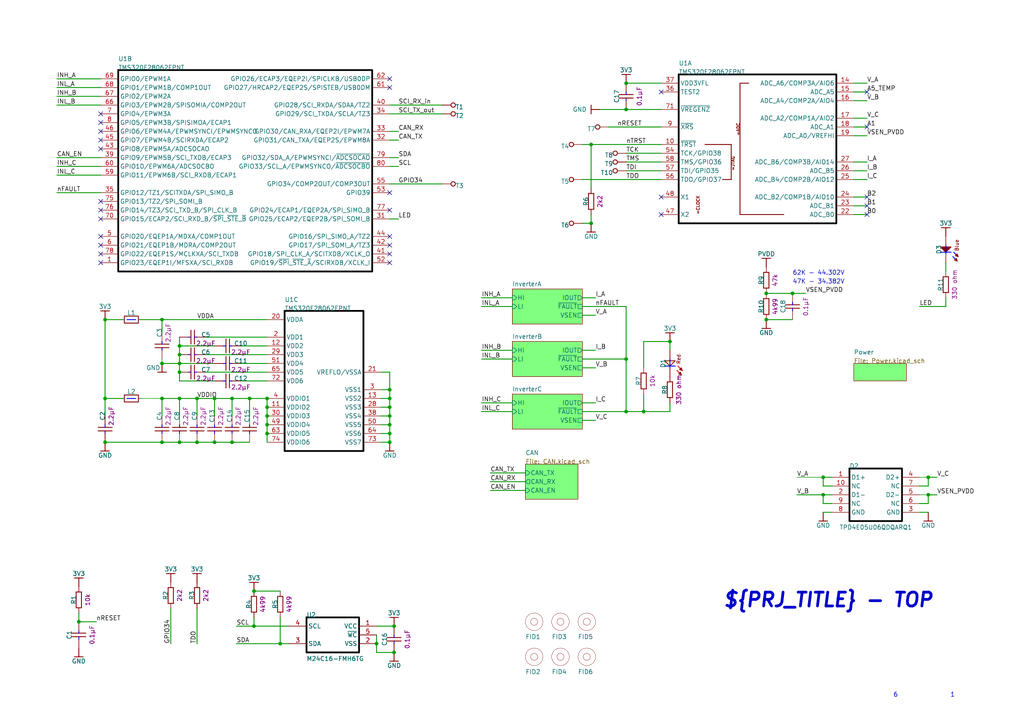
<source format=kicad_sch>
(kicad_sch (version 20230121) (generator eeschema)
  (paper "A4")
  (title_block (title "KA30GAN") (date "2023-11-04") (rev "1.0") (company "IPM Group ©"))
  (junction (at 52.07 115.57))
  (junction (at 114.3 181.61))
  (junction (at 52.07 100.33))
  (junction (at 30.48 128.27))
  (junction (at 113.03 120.65))
  (junction (at 269.24 143.51))
  (junction (at 171.45 64.77))
  (junction (at 67.31 128.27))
  (junction (at 186.69 119.38))
  (junction (at 72.39 115.57))
  (junction (at 57.15 115.57))
  (junction (at 46.99 115.57))
  (junction (at 113.03 118.11))
  (junction (at 181.61 31.75))
  (junction (at 181.61 104.14))
  (junction (at 52.07 128.27))
  (junction (at 181.61 119.38))
  (junction (at 113.03 128.27))
  (junction (at 62.23 115.57))
  (junction (at 222.25 85.09))
  (junction (at 238.76 138.43))
  (junction (at 73.66 181.61))
  (junction (at 46.99 105.41))
  (junction (at 57.15 128.27))
  (junction (at 77.47 120.65))
  (junction (at 229.87 85.09))
  (junction (at 81.28 186.69))
  (junction (at 46.99 92.71))
  (junction (at 30.48 115.57))
  (junction (at 109.22 186.69))
  (junction (at 181.61 24.13))
  (junction (at 171.45 41.91))
  (junction (at 77.47 125.73))
  (junction (at 77.47 123.19))
  (junction (at 269.24 138.43))
  (junction (at 22.86 180.34))
  (junction (at 73.66 171.45))
  (junction (at 114.3 189.23))
  (junction (at 46.99 128.27))
  (junction (at 238.76 143.51))
  (junction (at 77.47 118.11))
  (junction (at 113.03 123.19))
  (junction (at 222.25 92.71))
  (junction (at 52.07 102.87))
  (junction (at 77.47 115.57))
  (junction (at 113.03 115.57))
  (junction (at 67.31 115.57))
  (junction (at 62.23 128.27))
  (junction (at 113.03 125.73))
  (junction (at 194.31 99.06))
  (junction (at 113.03 113.03))
  (junction (at 30.48 92.71))
  (junction (at 52.07 107.95))
  (junction (at 52.07 105.41))
  (no_connect (at 29.21 58.42))
  (no_connect (at 191.77 62.23))
  (no_connect (at 113.03 60.96))
  (no_connect (at 113.03 76.2))
  (no_connect (at 29.21 76.2))
  (no_connect (at 29.21 38.1))
  (no_connect (at 251.46 57.15))
  (no_connect (at 113.03 73.66))
  (no_connect (at 113.03 55.88))
  (no_connect (at 251.46 26.67))
  (no_connect (at 251.46 62.23))
  (no_connect (at 191.77 57.15))
  (no_connect (at 29.21 60.96))
  (no_connect (at 29.21 71.12))
  (no_connect (at 113.03 22.86))
  (no_connect (at 113.03 68.58))
  (no_connect (at 29.21 68.58))
  (no_connect (at 29.21 35.56))
  (no_connect (at 251.46 59.69))
  (no_connect (at 29.21 33.02))
  (no_connect (at 191.77 26.67))
  (no_connect (at 29.21 43.18))
  (no_connect (at 29.21 73.66))
  (no_connect (at 251.46 36.83))
  (no_connect (at 113.03 71.12))
  (no_connect (at 29.21 63.5))
  (no_connect (at 29.21 40.64))
  (no_connect (at 113.03 25.4))
  (wire (pts (xy 168.91 106.68) (xy 172.72 106.68)) (stroke (width 0.254)))
  (wire (pts (xy 181.61 119.38) (xy 186.69 119.38)) (stroke (width 0.254)))
  (wire (pts (xy 29.21 50.8) (xy 16.51 50.8)) (stroke (width 0.254)))
  (wire (pts (xy 40.64 92.71) (xy 46.99 92.71)) (stroke (width 0.254)))
  (wire (pts (xy 29.21 22.86) (xy 16.51 22.86)) (stroke (width 0.254)))
  (wire (pts (xy 29.21 48.26) (xy 16.51 48.26)) (stroke (width 0.254)))
  (wire (pts (xy 83.82 186.69) (xy 81.28 186.69)) (stroke (width 0.254)))
  (wire (pts (xy 113.03 125.73) (xy 113.03 128.27)) (stroke (width 0.254)))
  (wire (pts (xy 241.3 140.97) (xy 238.76 140.97)) (stroke (width 0.254)))
  (wire (pts (xy 57.15 115.57) (xy 62.23 115.57)) (stroke (width 0.254)))
  (wire (pts (xy 229.87 85.09) (xy 233.68 85.09)) (stroke (width 0.254)))
  (wire (pts (xy 113.03 63.5) (xy 115.57 63.5)) (stroke (width 0.254)))
  (wire (pts (xy 194.31 119.38) (xy 194.31 116.84)) (stroke (width 0.254)))
  (wire (pts (xy 241.3 138.43) (xy 238.76 138.43)) (stroke (width 0.254)))
  (wire (pts (xy 168.91 101.6) (xy 172.72 101.6)) (stroke (width 0.254)))
  (wire (pts (xy 128.27 33.02) (xy 113.03 33.02)) (stroke (width 0.254)))
  (wire (pts (xy 274.32 76.2) (xy 274.32 78.74)) (stroke (width 0.254)))
  (wire (pts (xy 52.07 105.41) (xy 52.07 107.95)) (stroke (width 0.254)))
  (wire (pts (xy 113.03 118.11) (xy 113.03 120.65)) (stroke (width 0.254)))
  (wire (pts (xy 52.07 100.33) (xy 52.07 102.87)) (stroke (width 0.254)))
  (wire (pts (xy 247.65 57.15) (xy 251.46 57.15)) (stroke (width 0.254)))
  (wire (pts (xy 168.91 121.92) (xy 172.72 121.92)) (stroke (width 0.254)))
  (wire (pts (xy 231.14 138.43) (xy 238.76 138.43)))
  (wire (pts (xy 62.23 100.33) (xy 52.07 100.33)) (stroke (width 0.254)))
  (wire (pts (xy 229.87 92.71) (xy 222.25 92.71)) (stroke (width 0.254)))
  (wire (pts (xy 57.15 176.53) (xy 57.15 186.69)) (stroke (width 0.254)))
  (wire (pts (xy 67.31 120.65) (xy 67.31 115.57)) (stroke (width 0.254)))
  (wire (pts (xy 139.7 119.38) (xy 148.59 119.38)) (stroke (width 0.254)))
  (wire (pts (xy 247.65 39.37) (xy 251.46 39.37)) (stroke (width 0.254)))
  (wire (pts (xy 30.48 92.71) (xy 30.48 115.57)) (stroke (width 0.254)))
  (wire (pts (xy 171.45 54.61) (xy 171.45 41.91)) (stroke (width 0.254)))
  (wire (pts (xy 247.65 24.13) (xy 251.46 24.13)) (stroke (width 0.254)))
  (wire (pts (xy 110.49 107.95) (xy 113.03 107.95)) (stroke (width 0.254)))
  (wire (pts (xy 113.03 48.26) (xy 115.57 48.26)) (stroke (width 0.254)))
  (wire (pts (xy 269.24 143.51) (xy 271.78 143.51)) (stroke (width 0.254)))
  (wire (pts (xy 191.77 36.83) (xy 176.53 36.83)) (stroke (width 0.254)))
  (wire (pts (xy 29.21 30.48) (xy 16.51 30.48)) (stroke (width 0.254)))
  (wire (pts (xy 77.47 123.19) (xy 77.47 125.73)) (stroke (width 0.254)))
  (wire (pts (xy 67.31 128.27) (xy 62.23 128.27)) (stroke (width 0.254)))
  (wire (pts (xy 77.47 100.33) (xy 69.85 100.33)) (stroke (width 0.254)))
  (wire (pts (xy 128.27 30.48) (xy 113.03 30.48)) (stroke (width 0.254)))
  (wire (pts (xy 238.76 146.05) (xy 238.76 143.51)) (stroke (width 0.254)))
  (wire (pts (xy 168.91 86.36) (xy 172.72 86.36)) (stroke (width 0.254)))
  (wire (pts (xy 139.7 116.84) (xy 148.59 116.84)) (stroke (width 0.254)))
  (wire (pts (xy 113.03 115.57) (xy 113.03 118.11)) (stroke (width 0.254)))
  (wire (pts (xy 152.4 142.24) (xy 142.24 142.24)) (stroke (width 0.254)))
  (wire (pts (xy 113.03 38.1) (xy 115.57 38.1)) (stroke (width 0.254)))
  (wire (pts (xy 72.39 115.57) (xy 72.39 120.65)) (stroke (width 0.254)))
  (wire (pts (xy 113.03 45.72) (xy 115.57 45.72)) (stroke (width 0.254)))
  (wire (pts (xy 22.86 180.34) (xy 27.94 180.34)) (stroke (width 0.254)))
  (wire (pts (xy 152.4 139.7) (xy 142.24 139.7)) (stroke (width 0.254)))
  (wire (pts (xy 114.3 189.23) (xy 109.22 189.23)) (stroke (width 0.254)))
  (wire (pts (xy 81.28 186.69) (xy 68.58 186.69)) (stroke (width 0.254)))
  (wire (pts (xy 46.99 92.71) (xy 77.47 92.71)) (stroke (width 0.254)))
  (wire (pts (xy 72.39 115.57) (xy 77.47 115.57)) (stroke (width 0.254)))
  (wire (pts (xy 52.07 107.95) (xy 52.07 110.49)) (stroke (width 0.254)))
  (wire (pts (xy 110.49 128.27) (xy 113.03 128.27)) (stroke (width 0.254)))
  (wire (pts (xy 29.21 25.4) (xy 16.51 25.4)) (stroke (width 0.254)))
  (wire (pts (xy 186.69 114.3) (xy 186.69 119.38)) (stroke (width 0.254)))
  (wire (pts (xy 168.91 41.91) (xy 171.45 41.91)) (stroke (width 0.254)))
  (wire (pts (xy 168.91 88.9) (xy 181.61 88.9)) (stroke (width 0.254)))
  (wire (pts (xy 241.3 148.59) (xy 238.76 148.59)) (stroke (width 0.254)))
  (wire (pts (xy 46.99 96.52) (xy 46.99 92.71)) (stroke (width 0.254)))
  (wire (pts (xy 77.47 105.41) (xy 69.85 105.41)) (stroke (width 0.254)))
  (wire (pts (xy 81.28 179.07) (xy 81.28 186.69)) (stroke (width 0.254)))
  (wire (pts (xy 46.99 128.27) (xy 30.48 128.27)) (stroke (width 0.254)))
  (wire (pts (xy 77.47 115.57) (xy 77.47 118.11)) (stroke (width 0.254)))
  (wire (pts (xy 186.69 99.06) (xy 186.69 106.68)) (stroke (width 0.254)))
  (wire (pts (xy 62.23 120.65) (xy 62.23 115.57)) (stroke (width 0.254)))
  (wire (pts (xy 81.28 171.45) (xy 73.66 171.45)) (stroke (width 0.254)))
  (wire (pts (xy 168.91 91.44) (xy 172.72 91.44)) (stroke (width 0.254)))
  (wire (pts (xy 57.15 128.27) (xy 52.07 128.27)) (stroke (width 0.254)))
  (wire (pts (xy 194.31 99.06) (xy 194.31 101.6)) (stroke (width 0.254)))
  (wire (pts (xy 139.7 104.14) (xy 148.59 104.14)) (stroke (width 0.254)))
  (wire (pts (xy 271.78 143.51) (xy 269.24 143.51)))
  (wire (pts (xy 247.65 46.99) (xy 251.46 46.99)) (stroke (width 0.254)))
  (wire (pts (xy 30.48 115.57) (xy 35.56 115.57)) (stroke (width 0.254)))
  (wire (pts (xy 73.66 181.61) (xy 68.58 181.61)) (stroke (width 0.254)))
  (wire (pts (xy 269.24 146.05) (xy 269.24 143.51)) (stroke (width 0.254)))
  (wire (pts (xy 46.99 104.14) (xy 46.99 105.41)))
  (wire (pts (xy 83.82 181.61) (xy 73.66 181.61)) (stroke (width 0.254)))
  (wire (pts (xy 269.24 138.43) (xy 271.78 138.43)) (stroke (width 0.254)))
  (wire (pts (xy 110.49 123.19) (xy 113.03 123.19)) (stroke (width 0.254)))
  (wire (pts (xy 22.86 177.8) (xy 22.86 180.34)) (stroke (width 0.254)))
  (wire (pts (xy 46.99 115.57) (xy 46.99 120.65)) (stroke (width 0.254)))
  (wire (pts (xy 247.65 49.53) (xy 251.46 49.53)) (stroke (width 0.254)))
  (wire (pts (xy 168.91 116.84) (xy 172.72 116.84)) (stroke (width 0.254)))
  (wire (pts (xy 113.03 107.95) (xy 113.03 113.03)) (stroke (width 0.254)))
  (wire (pts (xy 139.7 88.9) (xy 148.59 88.9)) (stroke (width 0.254)))
  (wire (pts (xy 186.69 119.38) (xy 194.31 119.38)) (stroke (width 0.254)))
  (wire (pts (xy 247.65 26.67) (xy 251.46 26.67)) (stroke (width 0.254)))
  (wire (pts (xy 77.47 118.11) (xy 77.47 120.65)) (stroke (width 0.254)))
  (wire (pts (xy 62.23 115.57) (xy 67.31 115.57)) (stroke (width 0.254)))
  (wire (pts (xy 274.32 86.36) (xy 274.32 88.9)) (stroke (width 0.254)))
  (wire (pts (xy 247.65 59.69) (xy 251.46 59.69)) (stroke (width 0.254)))
  (wire (pts (xy 247.65 34.29) (xy 251.46 34.29)) (stroke (width 0.254)))
  (wire (pts (xy 77.47 107.95) (xy 59.69 107.95)) (stroke (width 0.254)))
  (wire (pts (xy 29.21 55.88) (xy 16.51 55.88)) (stroke (width 0.254)))
  (wire (pts (xy 266.7 146.05) (xy 269.24 146.05)) (stroke (width 0.254)))
  (wire (pts (xy 171.45 41.91) (xy 191.77 41.91)) (stroke (width 0.254)))
  (wire (pts (xy 191.77 44.45) (xy 181.61 44.45)) (stroke (width 0.254)))
  (wire (pts (xy 29.21 27.94) (xy 16.51 27.94)) (stroke (width 0.254)))
  (wire (pts (xy 52.07 128.27) (xy 46.99 128.27)) (stroke (width 0.254)))
  (wire (pts (xy 152.4 137.16) (xy 142.24 137.16)) (stroke (width 0.254)))
  (wire (pts (xy 52.07 110.49) (xy 62.23 110.49)) (stroke (width 0.254)))
  (wire (pts (xy 52.07 115.57) (xy 57.15 115.57)) (stroke (width 0.254)))
  (wire (pts (xy 52.07 102.87) (xy 52.07 105.41)) (stroke (width 0.254)))
  (wire (pts (xy 269.24 138.43) (xy 266.7 138.43)))
  (wire (pts (xy 231.14 143.51) (xy 238.76 143.51)) (stroke (width 0.254)))
  (wire (pts (xy 113.03 123.19) (xy 113.03 125.73)) (stroke (width 0.254)))
  (wire (pts (xy 109.22 181.61) (xy 114.3 181.61)) (stroke (width 0.254)))
  (wire (pts (xy 191.77 31.75) (xy 181.61 31.75)) (stroke (width 0.254)))
  (wire (pts (xy 269.24 143.51) (xy 266.7 143.51)))
  (wire (pts (xy 191.77 49.53) (xy 181.61 49.53)) (stroke (width 0.254)))
  (wire (pts (xy 181.61 24.13) (xy 191.77 24.13)) (stroke (width 0.254)))
  (wire (pts (xy 274.32 88.9) (xy 266.7 88.9)) (stroke (width 0.254)))
  (wire (pts (xy 46.99 105.41) (xy 52.07 105.41)) (stroke (width 0.254)))
  (wire (pts (xy 77.47 97.79) (xy 59.69 97.79)) (stroke (width 0.254)))
  (wire (pts (xy 67.31 115.57) (xy 72.39 115.57)) (stroke (width 0.254)))
  (wire (pts (xy 113.03 120.65) (xy 113.03 123.19)) (stroke (width 0.254)))
  (wire (pts (xy 73.66 179.07) (xy 73.66 181.61)) (stroke (width 0.254)))
  (wire (pts (xy 40.64 115.57) (xy 46.99 115.57)))
  (wire (pts (xy 238.76 140.97) (xy 238.76 138.43)) (stroke (width 0.254)))
  (wire (pts (xy 52.07 120.65) (xy 52.07 115.57)) (stroke (width 0.254)))
  (wire (pts (xy 247.65 52.07) (xy 251.46 52.07)) (stroke (width 0.254)))
  (wire (pts (xy 110.49 125.73) (xy 113.03 125.73)) (stroke (width 0.254)))
  (wire (pts (xy 62.23 105.41) (xy 52.07 105.41)) (stroke (width 0.254)))
  (wire (pts (xy 168.91 64.77) (xy 171.45 64.77)) (stroke (width 0.254)))
  (wire (pts (xy 191.77 52.07) (xy 168.91 52.07)) (stroke (width 0.254)))
  (wire (pts (xy 62.23 128.27) (xy 57.15 128.27)) (stroke (width 0.254)))
  (wire (pts (xy 247.65 62.23) (xy 251.46 62.23)) (stroke (width 0.254)))
  (wire (pts (xy 110.49 118.11) (xy 113.03 118.11)) (stroke (width 0.254)))
  (wire (pts (xy 266.7 140.97) (xy 269.24 140.97)) (stroke (width 0.254)))
  (wire (pts (xy 77.47 120.65) (xy 77.47 123.19)) (stroke (width 0.254)))
  (wire (pts (xy 269.24 148.59) (xy 266.7 148.59)) (stroke (width 0.254)))
  (wire (pts (xy 269.24 140.97) (xy 269.24 138.43)) (stroke (width 0.254)))
  (wire (pts (xy 46.99 115.57) (xy 52.07 115.57)) (stroke (width 0.254)))
  (wire (pts (xy 77.47 102.87) (xy 59.69 102.87)) (stroke (width 0.254)))
  (wire (pts (xy 181.61 119.38) (xy 181.61 104.14)) (stroke (width 0.254)))
  (wire (pts (xy 29.21 45.72) (xy 16.51 45.72)) (stroke (width 0.254)))
  (wire (pts (xy 110.49 113.03) (xy 113.03 113.03)) (stroke (width 0.254)))
  (wire (pts (xy 109.22 186.69) (xy 109.22 184.15)) (stroke (width 0.254)))
  (wire (pts (xy 30.48 92.71) (xy 35.56 92.71)) (stroke (width 0.254)))
  (wire (pts (xy 139.7 86.36) (xy 148.59 86.36)) (stroke (width 0.254)))
  (wire (pts (xy 110.49 115.57) (xy 113.03 115.57)) (stroke (width 0.254)))
  (wire (pts (xy 49.53 176.53) (xy 49.53 186.69)) (stroke (width 0.254)))
  (wire (pts (xy 109.22 189.23) (xy 109.22 186.69)) (stroke (width 0.254)))
  (wire (pts (xy 113.03 113.03) (xy 113.03 115.57)) (stroke (width 0.254)))
  (wire (pts (xy 247.65 36.83) (xy 251.46 36.83)) (stroke (width 0.254)))
  (wire (pts (xy 271.78 138.43) (xy 269.24 138.43)))
  (wire (pts (xy 168.91 119.38) (xy 181.61 119.38)) (stroke (width 0.254)))
  (wire (pts (xy 72.39 128.27) (xy 67.31 128.27)) (stroke (width 0.254)))
  (wire (pts (xy 194.31 99.06) (xy 186.69 99.06)) (stroke (width 0.254)))
  (wire (pts (xy 222.25 85.09) (xy 229.87 85.09)) (stroke (width 0.254)))
  (wire (pts (xy 139.7 101.6) (xy 148.59 101.6)) (stroke (width 0.254)))
  (wire (pts (xy 191.77 46.99) (xy 181.61 46.99)) (stroke (width 0.254)))
  (wire (pts (xy 113.03 40.64) (xy 115.57 40.64)) (stroke (width 0.254)))
  (wire (pts (xy 110.49 120.65) (xy 113.03 120.65)) (stroke (width 0.254)))
  (wire (pts (xy 57.15 120.65) (xy 57.15 115.57)) (stroke (width 0.254)))
  (wire (pts (xy 238.76 143.51) (xy 241.3 143.51)) (stroke (width 0.254)))
  (wire (pts (xy 241.3 146.05) (xy 238.76 146.05)) (stroke (width 0.254)))
  (wire (pts (xy 181.61 31.75) (xy 173.99 31.75)) (stroke (width 0.254)))
  (wire (pts (xy 77.47 110.49) (xy 69.85 110.49)) (stroke (width 0.254)))
  (wire (pts (xy 128.27 53.34) (xy 113.03 53.34)) (stroke (width 0.254)))
  (wire (pts (xy 77.47 125.73) (xy 77.47 128.27)) (stroke (width 0.254)))
  (wire (pts (xy 181.61 104.14) (xy 181.61 88.9)) (stroke (width 0.254)))
  (wire (pts (xy 52.07 97.79) (xy 52.07 100.33)) (stroke (width 0.254)))
  (wire (pts (xy 247.65 29.21) (xy 251.46 29.21)) (stroke (width 0.254)))
  (wire (pts (xy 171.45 64.77) (xy 171.45 62.23)) (stroke (width 0.254)))
  (wire (pts (xy 168.91 104.14) (xy 181.61 104.14)) (stroke (width 0.254)))
  (wire (pts (xy 30.48 115.57) (xy 30.48 120.65)) (stroke (width 0.254)))
  (text "${PRJ_TITLE} - TOP" (at 209.55 176.53 0) (effects (font (size 4 4) bold italic) (justify left bottom)))
  (text "${##}" (at 259.08 202.3872 0) (effects (font (size 1.27 1.27)) (justify left bottom)))
  (text "62K - 44.302V" (at 229.87 80.01 0) (effects (font (size 1.27 1.27)) (justify left bottom)))
  (text "${#}" (at 275.59 202.3872 0) (effects (font (size 1.27 1.27)) (justify left bottom)))
  (text "47K - 34.382V" (at 229.87 82.55 0) (effects (font (size 1.27 1.27)) (justify left bottom)))
  (label "INH_C" (at 139.7 116.84 180))
  (label "nRESET" (at 27.94 180.34 180))
  (label "V_A" (at 251.46 24.13 180))
  (label "GPIO34" (at 115.57 53.34 180))
  (label "I_B" (at 251.46 49.53 180))
  (label "I_C" (at 172.72 116.84 180))
  (label "I_B" (at 172.72 101.6 180))
  (label "B0" (at 251.46 62.23 180))
  (label "INL_A" (at 16.51 25.4 180))
  (label "SCI_RX_in" (at 115.57 30.48 180))
  (label "SDA" (at 115.57 45.72 180))
  (label "SCL" (at 115.57 48.26 180))
  (label "CAN_EN" (at 142.24 142.24 180))
  (label "TDO" (at 57.15 186.69 270))
  (label "INL_A" (at 139.7 88.9 180))
  (label "INL_B" (at 16.51 30.48 180))
  (label "A5_TEMP" (at 251.46 26.67 180))
  (label "V_C" (at 172.72 121.92 180))
  (label "V_A" (at 231.14 138.43 180))
  (label "V_C" (at 251.46 34.29 180))
  (label "I_C" (at 251.46 52.07 180))
  (label "nFAULT" (at 16.51 55.88 180))
  (label "nRESET" (at 179.07 36.83 180))
  (label "TDI" (at 181.61 49.53 180))
  (label "I_A" (at 172.72 86.36 180))
  (label "B1" (at 251.46 59.69 180))
  (label "VDDA" (at 57.15 92.71 180))
  (label "TDO" (at 181.61 52.07 180))
  (label "CAN_RX" (at 142.24 139.7 180))
  (label "LED" (at 266.7 88.9 180))
  (label "INL_B" (at 139.7 104.14 180))
  (label "SDA" (at 68.58 186.69 180))
  (label "CAN_EN" (at 16.51 45.72 180))
  (label "V_B" (at 251.46 29.21 180))
  (label "LED" (at 115.57 63.5 180))
  (label "INL_C" (at 139.7 119.38 180))
  (label "V_B" (at 231.14 143.51 180))
  (label "V_A" (at 172.72 91.44 180))
  (label "INH_A" (at 139.7 86.36 180))
  (label "SCI_TX_out" (at 115.57 33.02 180))
  (label "VSEN_PVDD" (at 251.46 39.37 180))
  (label "V_C" (at 271.78 138.43 180))
  (label "nTRST" (at 181.61 41.91 180))
  (label "I_A" (at 251.46 46.99 180))
  (label "CAN_TX" (at 115.57 40.64 180))
  (label "GPIO34" (at 49.53 186.69 270))
  (label "SCL" (at 68.58 181.61 180))
  (label "INH_B" (at 16.51 27.94 180))
  (label "A1" (at 251.46 36.83 180))
  (label "nFAULT" (at 172.72 88.9 180))
  (label "INL_C" (at 16.51 50.8 180))
  (label "CAN_TX" (at 142.24 137.16 180))
  (label "VDDIO" (at 57.15 115.57 180))
  (label "INH_C" (at 16.51 48.26 180))
  (label "B2" (at 251.46 57.15 180))
  (label "VSEN_PVDD" (at 271.78 143.51 180))
  (label "V_B" (at 172.72 106.68 180))
  (label "TCK" (at 181.61 44.45 180))
  (label "VSEN_PVDD" (at 233.68 85.09 180))
  (label "INH_B" (at 139.7 101.6 180))
  (label "CAN_RX" (at 115.57 38.1 180))
  (label "TMS" (at 181.61 46.99 180))
  (label "INH_A" (at 16.51 22.86 180))
  (symbol (lib_id "ka30gan:root_0_Test_Point_L") (at 128.27 50.8 0) (unit 1) (in_bom no)
    (property "Reference" "T3" (at 132.08 54.61 0) (effects (justify left bottom)))
    (property "Value" "Test_Point_L" (effects hide))
    (property "Footprint" "TestPoint_1" (effects hide))
    (property "SUPPLIER 1" "Farnell" (effects hide))
    (property "SUPPLIER 2" "RSComponents" (effects hide))
    (property "SUPPLIER 3" "Digi-Key" (effects hide))
  )
  (symbol (lib_id "ka30gan:root_1_Resistor") (at 171.45 62.23 0) (unit 1)
    (property "Reference" "R6" (at 170.688 58.42 90) (effects (justify bottom)))
    (property "Value" "${VALUEDISPLAYED}" (effects hide))
    (property "Footprint" "RESC1005X04L" (effects hide))
    (property "VALUEDISPLAYED" "2k2" (at 174.752 58.42 90) (effects (justify bottom)))
    (property "PART NUMBER" "R0402_2k2" (effects hide))
    (property "CASE" "0402" (effects hide))
    (property "DESIGNATOR" "R0402_2k2" (effects hide))
    (property "MANUFACTURER" "PANASONIC" (effects hide))
    (property "MANUFACTURER PART NUMBER" "ERJ2RKF2201X" (effects hide))
    (property "MANUFACTURER1" "KOA" (effects hide))
    (property "MANUFACTURER1 PART NUMBER" "RK73H1ETTP2201F" (effects hide))
    (property "COMPONENT HEIGHT" "0.4mm" (effects hide))
    (property "PART DESCRIPTION" "RES, 2.2 kohm, 50 V, 0402, 100 mW" (effects hide))
    (property "PIN COUNT" "2" (effects hide))
    (property "POWER" "0.1W" (effects hide))
    (property "SMD" "Yes" (effects hide))
    (property "TC" "±100ppm/°C" (effects hide))
    (property "SUPPLIER 1" "Farnell" (effects hide))
    (property "SUPPLIER 2" "RSComponents" (effects hide))
    (property "SUPPLIER 3" "Digi-Key" (effects hide))
    (property "SUPPLIER PART NUMBER 1" "2302673" (effects hide))
    (property "SUPPLIER PART NUMBER 2" "631-8177" (effects hide))
    (property "SUPPLIER PART NUMBER 3" "P2.20KLCT-ND" (effects hide))
    (property "TOLERANCE" "±1%" (effects hide))
  )
  (symbol (lib_id "ka30gan:PVDD") (at 222.25 77.47 180) (unit 1)
    (property "Reference" "#PWR016" (effects hide))
    (property "Value" "PVDD" (at 222.25 73.66 0))
  )
  (symbol (lib_id "ka30gan:root_3_LED Red 0402") (at 194.31 105.41 0) (unit 1)
    (property "Reference" "D1" (at 193.04 105.41 90) (effects (justify bottom)))
    (property "Value" "${COLOR}" (effects hide))
    (property "Footprint" "WL-SMCC_0402 R" (effects hide))
    (property "COLOR" "Red" (effects hide))
    (property "PACKAGEDESCRIPTION" "0402" (effects hide))
    (property "PART DESCRIPTION" "LED Red 0402 WL-SMCC" (effects hide))
    (property "MANUFACTURER" "WURTH" (effects hide))
    (property "MANUFACTURER PART NUMBER" "150040RS73240" (effects hide))
    (property "PIN COUNT" "2" (effects hide))
    (property "MOUNTED" "Yes" (effects hide))
    (property "SMD" "Yes" (effects hide))
    (property "MANUFACTURER1 COMPONENTHEIGHT" "0.5mm" (effects hide))
    (property "CASE" "0402" (effects hide))
    (property "PART NUMBER" "150040RS73240" (effects hide))
    (property "SUPPLIER 1" "Farnell" (effects hide))
    (property "SUPPLIER 2" "RSComponents" (effects hide))
    (property "SUPPLIER 3" "Digi-Key" (effects hide))
    (property "SUPPLIER PART NUMBER 1" "2900754" (effects hide))
    (property "SUPPLIER PART NUMBER 2" "176-6150" (effects hide))
    (property "SUPPLIER PART NUMBER 3" "732-11991-1-ND" (effects hide))
  )
  (symbol (lib_id "ka30gan:root_0_TMS320F28062FPNT") (at 191.77 21.59 0) (unit 1)
    (property "Reference" "U1" (at 196.85 19.05 0) (effects (justify left bottom)))
    (property "Value" "${MANUFACTURER PART NUMBER}" (at 196.85 21.59 0) (effects (justify left bottom)))
    (property "Footprint" "PN80-L" (effects hide))
    (property "CASE" "LQFP" (effects hide))
    (property "MANUFACTURER1 COMPONENTHEIGHT" "1.05mm" (effects hide))
    (property "MANUFACTURER" "Texas Instruments" (effects hide))
    (property "MANUFACTURER PART NUMBER" "TMS320F28062FPNT" (effects hide))
    (property "MOUNTED" "Yes" (effects hide))
    (property "PART DESCRIPTION" "MCU 32BIT 128KB FLASH 80LQFP" (effects hide))
    (property "PART NUMBER" "TMS320F28062FPNT" (effects hide))
    (property "PIN COUNT" "80" (effects hide))
    (property "SMD" "Yes" (effects hide))
    (property "PACKAGEDESCRIPTION" "LQFP-80" (effects hide))
    (property "PITCH" "0.5mm" (effects hide))
    (property "SUPPLIER 1" "Farnell" (effects hide))
    (property "SUPPLIER 2" "RSComponents" (effects hide))
    (property "SUPPLIER 3" "Digi-Key" (effects hide))
    (property "SUPPLIER PART NUMBER 1" "2428917" (effects hide))
    (property "SUPPLIER PART NUMBER 3" "296-35003-ND" (effects hide))
  )
  (symbol (lib_id "ka30gan:root_0_Capacitor") (at 62.23 100.33 0) (unit 1)
    (property "Reference" "C10" (at 69.85 100.33 0) (effects (justify bottom)))
    (property "Value" "${VALUEDISPLAYED}" (effects hide))
    (property "Footprint" "CAPC1005X05L" (effects hide))
    (property "VALUEDISPLAYED" "2.2µF" (at 69.85 102.87 0) (effects (justify bottom)))
    (property "PART NUMBER" "C0402_2u2 6.3V" (effects hide))
    (property "CASE" "0402" (effects hide))
    (property "DESIGNATOR" "C0402_2u2 6.3V" (effects hide))
    (property "MANUFACTURER" "MURATA" (effects hide))
    (property "MANUFACTURER PART NUMBER" "GRM155R60J225KE95D" (effects hide))
    (property "MANUFACTURER1" "Samsung" (effects hide))
    (property "MANUFACTURER1 PART NUMBER" "CL05A225KQ5NSNC" (effects hide))
    (property "COMPONENT HEIGHT" "0.55mm" (effects hide))
    (property "PART DESCRIPTION" "CAP, CERM, 0402, 2.2 µF, 6.3 V, ± 10%, X5R" (effects hide))
    (property "PIN COUNT" "2" (effects hide))
    (property "SMD" "Yes" (effects hide))
    (property "DIELECTRIC" "X5R" (effects hide))
    (property "TOLERANCE" "±10%" (effects hide))
    (property "CAP_F" "0,0000022" (effects hide))
    (property "VOLTAGE" "6.3V" (effects hide))
    (property "SUPPLIER 1" "Farnell" (effects hide))
    (property "SUPPLIER 2" "RSComponents" (effects hide))
    (property "SUPPLIER 3" "Digi-Key" (effects hide))
    (property "SUPPLIER PART NUMBER 1" "1288200" (effects hide))
    (property "SUPPLIER PART NUMBER 2" "766-0996" (effects hide))
    (property "SUPPLIER PART NUMBER 3" "490-12532-1-ND" (effects hide))
  )
  (symbol (lib_id "ka30gan:root_0_Fiducial") (at 154.94 190.5 0) (unit 1) (in_bom no)
    (property "Reference" "FID2" (at 152.4 195.58 0) (effects (justify left bottom)))
    (property "Value" "Fiducial" (effects hide))
    (property "Footprint" "FIDUCIAL_TOP_C100-200" (effects hide))
    (property "MANUFACTURER" "N/A" (effects hide))
    (property "CLASSNAME" "FiducialMark" (effects hide))
  )
  (symbol (lib_id "ka30gan:root_0_mirrored_Test_Point_L") (at 181.61 41.91 0) (unit 1) (in_bom no)
    (property "Reference" "T8" (at 177.8 45.72 0) (effects (justify right bottom)))
    (property "Value" "Test_Point_L" (effects hide))
    (property "Footprint" "TestPoint_1" (effects hide))
    (property "SUPPLIER 1" "Farnell" (effects hide))
    (property "SUPPLIER 2" "RSComponents" (effects hide))
    (property "SUPPLIER 3" "Digi-Key" (effects hide))
  )
  (symbol (lib_id "ka30gan:root_0_Fiducial") (at 162.56 190.5 0) (unit 1) (in_bom no)
    (property "Reference" "FID4" (at 160.02 195.58 0) (effects (justify left bottom)))
    (property "Value" "Fiducial" (effects hide))
    (property "Footprint" "FIDUCIAL_TOP_C100-200" (effects hide))
    (property "MANUFACTURER" "N/A" (effects hide))
    (property "CLASSNAME" "FiducialMark" (effects hide))
  )
  (symbol (lib_id "ka30gan:GND") (at 238.76 148.59 0) (unit 1)
    (property "Reference" "#PWR018" (effects hide))
    (property "Value" "GND" (at 238.76 152.4 0))
  )
  (symbol (lib_id "ka30gan:3V3") (at 73.66 171.45 180) (unit 1)
    (property "Reference" "#PWR08" (effects hide))
    (property "Value" "3V3" (at 73.66 167.64 0))
  )
  (symbol (lib_id "ka30gan:GND") (at 22.86 187.96 0) (unit 1)
    (property "Reference" "#PWR02" (effects hide))
    (property "Value" "GND" (at 22.86 191.77 0))
  )
  (symbol (lib_id "ka30gan:root_0_mirrored_Test_Point_L") (at 168.91 62.23 0) (unit 1) (in_bom no)
    (property "Reference" "T6" (at 165.1 66.04 0) (effects (justify right bottom)))
    (property "Value" "Test_Point_L" (effects hide))
    (property "Footprint" "TestPoint_1" (effects hide))
    (property "SUPPLIER 1" "Farnell" (effects hide))
    (property "SUPPLIER 2" "RSComponents" (effects hide))
    (property "SUPPLIER 3" "Digi-Key" (effects hide))
  )
  (symbol (lib_id "ka30gan:root_3_LED Blue 0402") (at 274.32 72.39 0) (unit 1)
    (property "Reference" "D3" (at 273.05 72.39 90) (effects (justify bottom)))
    (property "Value" "${COLOR}" (effects hide))
    (property "Footprint" "WL-SMCC_0402 B" (effects hide))
    (property "COLOR" "Blue" (effects hide))
    (property "PACKAGEDESCRIPTION" "0402" (effects hide))
    (property "PART DESCRIPTION" "LED Blue 0402 WL-SMCC" (effects hide))
    (property "MANUFACTURER" "WURTH" (effects hide))
    (property "MANUFACTURER PART NUMBER" "150040BS73240" (effects hide))
    (property "PIN COUNT" "2" (effects hide))
    (property "MOUNTED" "Yes" (effects hide))
    (property "SMD" "Yes" (effects hide))
    (property "MANUFACTURER1 COMPONENTHEIGHT" "0.5mm" (effects hide))
    (property "CASE" "0402" (effects hide))
    (property "PART NUMBER" "150040BS73240" (effects hide))
    (property "SUPPLIER 1" "Farnell" (effects hide))
    (property "SUPPLIER 2" "RSComponents" (effects hide))
    (property "SUPPLIER 3" "Digi-Key" (effects hide))
    (property "SUPPLIER PART NUMBER 1" "2900752" (effects hide))
    (property "SUPPLIER PART NUMBER 2" "176-6081" (effects hide))
    (property "SUPPLIER PART NUMBER 3" "732-11989-1-ND" (effects hide))
  )
  (symbol (lib_id "ka30gan:root_1_Capacitor") (at 181.61 31.75 0) (unit 1)
    (property "Reference" "C17" (at 179.578 27.94 90) (effects (justify bottom)))
    (property "Value" "${VALUEDISPLAYED}" (effects hide))
    (property "Footprint" "CAPC1005X05L" (effects hide))
    (property "VALUEDISPLAYED" "0.1µF" (at 186.182 27.94 90) (effects (justify bottom)))
    (property "PART NUMBER" "C0402_100nF 16V" (effects hide))
    (property "CASE" "0402" (effects hide))
    (property "DESIGNATOR" "C0402_100nF 16V" (effects hide))
    (property "MANUFACTURER" "KEMET" (effects hide))
    (property "MANUFACTURER PART NUMBER" "C0402C104M4RACAUTO" (effects hide))
    (property "COMPONENT HEIGHT" "0.55mm" (effects hide))
    (property "PART DESCRIPTION" "CAP, CERM, 0402, 0.1 µF, 16 V, ± 20%, X7R" (effects hide))
    (property "PIN COUNT" "2" (effects hide))
    (property "SMD" "Yes" (effects hide))
    (property "DIELECTRIC" "X7R" (effects hide))
    (property "TOLERANCE" "±20%" (effects hide))
    (property "CAP_F" "0,0000001" (effects hide))
    (property "VOLTAGE" "16V" (effects hide))
    (property "SUPPLIER 1" "Farnell" (effects hide))
    (property "SUPPLIER 2" "RSComponents" (effects hide))
    (property "SUPPLIER 3" "Digi-Key" (effects hide))
    (property "SUPPLIER PART NUMBER 1" "2773075" (effects hide))
    (property "SUPPLIER PART NUMBER 2" "133-5648" (effects hide))
    (property "SUPPLIER PART NUMBER 3" "399-13707-1-ND" (effects hide))
  )
  (symbol (lib_id "ka30gan:GND") (at 173.99 31.75 270) (unit 1)
    (property "Reference" "#PWR013" (effects hide))
    (property "Value" "GND" (at 170.18 31.75 90) (effects (justify right)))
  )
  (symbol (lib_id "ka30gan:root_0_mirrored_Test_Point_L") (at 181.61 46.99 0) (unit 1) (in_bom no)
    (property "Reference" "T10" (at 177.8 50.8 0) (effects (justify right bottom)))
    (property "Value" "Test_Point_L" (effects hide))
    (property "Footprint" "TestPoint_1" (effects hide))
    (property "SUPPLIER 1" "Farnell" (effects hide))
    (property "SUPPLIER 2" "RSComponents" (effects hide))
    (property "SUPPLIER 3" "Digi-Key" (effects hide))
  )
  (symbol (lib_name "root_0_TMS320F28062FPNT_2") (lib_id "ka30gan:root_0_TMS320F28062FPNT") (at 29.21 20.32 0) (unit 2)
    (property "Reference" "U1" (at 34.29 17.78 0) (effects (justify left bottom)))
    (property "Value" "${MANUFACTURER PART NUMBER}" (at 34.29 20.32 0) (effects (justify left bottom)))
    (property "Footprint" "PN80-L" (effects hide))
    (property "CASE" "LQFP" (effects hide))
    (property "MANUFACTURER1 COMPONENTHEIGHT" "1.05mm" (effects hide))
    (property "MANUFACTURER" "Texas Instruments" (effects hide))
    (property "MANUFACTURER PART NUMBER" "TMS320F28062FPNT" (effects hide))
    (property "MOUNTED" "Yes" (effects hide))
    (property "PART DESCRIPTION" "MCU 32BIT 128KB FLASH 80LQFP" (effects hide))
    (property "PART NUMBER" "TMS320F28062FPNT" (effects hide))
    (property "PIN COUNT" "80" (effects hide))
    (property "SMD" "Yes" (effects hide))
    (property "PACKAGEDESCRIPTION" "LQFP-80" (effects hide))
    (property "PITCH" "0.5mm" (effects hide))
    (property "SUPPLIER 1" "Farnell" (effects hide))
    (property "SUPPLIER 2" "RSComponents" (effects hide))
    (property "SUPPLIER 3" "Digi-Key" (effects hide))
    (property "SUPPLIER PART NUMBER 1" "2428917" (effects hide))
    (property "SUPPLIER PART NUMBER 3" "296-35003-ND" (effects hide))
  )
  (symbol (lib_id "ka30gan:GND") (at 113.03 128.27 0) (unit 1)
    (property "Reference" "#PWR09" (effects hide))
    (property "Value" "GND" (at 113.03 132.08 0))
  )
  (symbol (lib_id "ka30gan:root_1_Resistor") (at 22.86 177.8 0) (unit 1)
    (property "Reference" "R1" (at 22.098 173.99 90) (effects (justify bottom)))
    (property "Value" "${VALUEDISPLAYED}" (effects hide))
    (property "Footprint" "RESC1005X04L" (effects hide))
    (property "VALUEDISPLAYED" "10k" (at 26.162 173.99 90) (effects (justify bottom)))
    (property "PART NUMBER" "R0402_10k" (effects hide))
    (property "CASE" "0402" (effects hide))
    (property "DESIGNATOR" "R0402_10K" (effects hide))
    (property "MANUFACTURER" "MULTICOMP" (effects hide))
    (property "MANUFACTURER PART NUMBER" "MCMR04X1002FTL" (effects hide))
    (property "MANUFACTURER1" "TE Connectivity" (effects hide))
    (property "MANUFACTURER1 PART NUMBER" "CRG0402F10K" (effects hide))
    (property "COMPONENT HEIGHT" "0.4mm" (effects hide))
    (property "PART DESCRIPTION" "RES, 10 kohm, 50 V, 0402, 63 mW" (effects hide))
    (property "PIN COUNT" "2" (effects hide))
    (property "POWER" "0.0625W" (effects hide))
    (property "SMD" "Yes" (effects hide))
    (property "TC" "±100ppm/°C" (effects hide))
    (property "SUPPLIER 1" "Farnell" (effects hide))
    (property "SUPPLIER 2" "RSComponents" (effects hide))
    (property "SUPPLIER 3" "Digi-Key" (effects hide))
    (property "SUPPLIER PART NUMBER 1" "2072517" (effects hide))
    (property "SUPPLIER PART NUMBER 2" "667-8848" (effects hide))
    (property "SUPPLIER PART NUMBER 3" "541-3959-1-ND" (effects hide))
    (property "TOLERANCE" "±1%" (effects hide))
  )
  (symbol (lib_id "ka30gan:GND") (at 171.45 64.77 0) (unit 1)
    (property "Reference" "#PWR012" (effects hide))
    (property "Value" "GND" (at 171.45 68.58 0))
  )
  (symbol (lib_id "ka30gan:root_0_M24C16-FMH6TG") (at 83.82 179.07 0) (unit 1)
    (property "Reference" "U2" (at 88.9 179.07 0) (effects (justify left bottom)))
    (property "Value" "${MANUFACTURER PART NUMBER}" (at 88.9 191.77 0) (effects (justify left bottom)))
    (property "Footprint" "SON40P170X60-6N" (effects hide))
    (property "MANUFACTURER" "ST" (effects hide))
    (property "MANUFACTURER PART NUMBER" "M24C16-FMH6TG" (effects hide))
    (property "MOUNTED" "Yes" (effects hide))
    (property "PART DESCRIPTION" "EEPROM 16K I2C 5UFDFPN" (effects hide))
    (property "PIN COUNT" "5" (effects hide))
    (property "SMD" "Yes" (effects hide))
    (property "CASE" "UFDFN" (effects hide))
    (property "PACKAGEDESCRIPTION" "5-UFDFPN (1,7x1,4)" (effects hide))
    (property "PART NUMBER" "M24C16-FMH6TG" (effects hide))
    (property "SUPPLIER 1" "Farnell" (effects hide))
    (property "SUPPLIER 2" "RSComponents" (effects hide))
    (property "SUPPLIER 3" "Digi-Key" (effects hide))
    (property "SUPPLIER PART NUMBER 3" "497-14333-1-ND" (effects hide))
  )
  (symbol (lib_id "ka30gan:GND") (at 30.48 128.27 0) (unit 1)
    (property "Reference" "#PWR04" (effects hide))
    (property "Value" "GND" (at 30.48 132.08 0))
  )
  (symbol (lib_id "ka30gan:root_1_Capacitor") (at 72.39 128.27 0) (unit 1)
    (property "Reference" "C15" (at 72.39 120.65 90) (effects (justify bottom)))
    (property "Value" "${VALUEDISPLAYED}" (effects hide))
    (property "Footprint" "CAPC1005X05L" (effects hide))
    (property "VALUEDISPLAYED" "2.2µF" (at 74.93 120.65 90) (effects (justify bottom)))
    (property "PART NUMBER" "C0402_2u2 6.3V" (effects hide))
    (property "CASE" "0402" (effects hide))
    (property "DESIGNATOR" "C0402_2u2 6.3V" (effects hide))
    (property "MANUFACTURER" "MURATA" (effects hide))
    (property "MANUFACTURER PART NUMBER" "GRM155R60J225KE95D" (effects hide))
    (property "MANUFACTURER1" "Samsung" (effects hide))
    (property "MANUFACTURER1 PART NUMBER" "CL05A225KQ5NSNC" (effects hide))
    (property "COMPONENT HEIGHT" "0.55mm" (effects hide))
    (property "PART DESCRIPTION" "CAP, CERM, 0402, 2.2 µF, 6.3 V, ± 10%, X5R" (effects hide))
    (property "PIN COUNT" "2" (effects hide))
    (property "SMD" "Yes" (effects hide))
    (property "DIELECTRIC" "X5R" (effects hide))
    (property "TOLERANCE" "±10%" (effects hide))
    (property "CAP_F" "0,0000022" (effects hide))
    (property "VOLTAGE" "6.3V" (effects hide))
    (property "SUPPLIER 1" "Farnell" (effects hide))
    (property "SUPPLIER 2" "RSComponents" (effects hide))
    (property "SUPPLIER 3" "Digi-Key" (effects hide))
    (property "SUPPLIER PART NUMBER 1" "1288200" (effects hide))
    (property "SUPPLIER PART NUMBER 2" "766-0996" (effects hide))
    (property "SUPPLIER PART NUMBER 3" "490-12532-1-ND" (effects hide))
  )
  (symbol (lib_id "ka30gan:root_0_Test_Point_L") (at 128.27 27.94 0) (unit 1) (in_bom no)
    (property "Reference" "T1" (at 132.08 31.75 0) (effects (justify left bottom)))
    (property "Value" "Test_Point_L" (effects hide))
    (property "Footprint" "TestPoint_1" (effects hide))
    (property "SUPPLIER 1" "Farnell" (effects hide))
    (property "SUPPLIER 2" "RSComponents" (effects hide))
    (property "SUPPLIER 3" "Digi-Key" (effects hide))
  )
  (symbol (lib_id "ka30gan:root_0_ESD TPD4E05U06QDQARQ1") (at 241.3 135.89 0) (unit 1)
    (property "Reference" "D2" (at 246.38 135.89 0) (effects (justify left bottom)))
    (property "Value" "${MANUFACTURER PART NUMBER}" (at 254 153.67 0) (effects (justify bottom)))
    (property "Footprint" "DQA0010A" (effects hide))
    (property "PACKAGEDESCRIPTION" "10-USON (2,5x1)" (effects hide))
    (property "VOLTAGE" "5V" (effects hide))
    (property "PART DESCRIPTION" "TVS DIODE 5.5V 14V 10USON" (effects hide))
    (property "MANUFACTURER" "Texas Instruments" (effects hide))
    (property "MANUFACTURER PART NUMBER" "TPD4E05U06QDQARQ1" (effects hide))
    (property "PIN COUNT" "10" (effects hide))
    (property "CASE" "USON" (effects hide))
    (property "MOUNTED" "Yes" (effects hide))
    (property "SMD" "Yes" (effects hide))
    (property "MANUFACTURER1 COMPONENTHEIGHT" "0.6mm" (effects hide))
    (property "PART NUMBER" "TPD4E05U06QDQARQ1" (effects hide))
    (property "SUPPLIER 1" "Farnell" (effects hide))
    (property "SUPPLIER 2" "RSComponents" (effects hide))
    (property "SUPPLIER 3" "Digi-Key" (effects hide))
    (property "SUPPLIER PART NUMBER 3" "296-40696-1-ND" (effects hide))
  )
  (symbol (lib_id "ka30gan:root_0_L BLM15PD600SN1D") (at 38.1 115.57 0) (unit 1)
    (property "Reference" "L2" (at 38.1 114.3 0) (effects (justify bottom)))
    (property "Value" "${MANUFACTURER PART NUMBER}" (effects hide))
    (property "Footprint" "INDC1005X55N" (effects hide))
    (property "MANUFACTURER" "MURATA" (effects hide))
    (property "IMAX_A" "1.7" (effects hide))
    (property "DCR_OHM" "0.06" (effects hide))
    (property "SUPPLIER 1" "Farnell" (effects hide))
    (property "SUPPLIER PART NUMBER 1" "2443231" (effects hide))
    (property "SUPPLIER 2" "RSComponents" (effects hide))
    (property "SUPPLIER PART NUMBER 2" "839-0806" (effects hide))
    (property "SUPPLIER 3" "Digi-Key" (effects hide))
    (property "SUPPLIER PART NUMBER 3" "490-5201-1-ND" (effects hide))
    (property "CASE" "0402" (effects hide))
    (property "MANUFACTURER PART NUMBER" "BLM15PD600SN1D" (effects hide))
    (property "MOUNTED" "Yes" (effects hide))
    (property "PACKAGEDESCRIPTION" "0402" (effects hide))
    (property "PART DESCRIPTION" "FERRITE BEAD 60 OHM 0402" (effects hide))
    (property "PART NUMBER" "BLM15PD600SN1D" (effects hide))
    (property "PIN COUNT" "2" (effects hide))
    (property "SMD" "Yes" (effects hide))
  )
  (symbol (lib_id "ka30gan:3V3") (at 181.61 24.13 180) (unit 1)
    (property "Reference" "#PWR014" (effects hide))
    (property "Value" "3V3" (at 181.61 20.32 0))
  )
  (symbol (lib_id "ka30gan:root_0_Fiducial") (at 170.18 180.34 0) (unit 1) (in_bom no)
    (property "Reference" "FID5" (at 167.64 185.42 0) (effects (justify left bottom)))
    (property "Value" "Fiducial" (effects hide))
    (property "Footprint" "FIDUCIAL_TOP_C100-200" (effects hide))
    (property "MANUFACTURER" "N/A" (effects hide))
    (property "CLASSNAME" "FiducialMark" (effects hide))
  )
  (symbol (lib_id "ka30gan:3V3") (at 274.32 68.58 180) (unit 1)
    (property "Reference" "#PWR020" (effects hide))
    (property "Value" "3V3" (at 274.32 64.77 0))
  )
  (symbol (lib_id "ka30gan:3V3") (at 30.48 92.71 180) (unit 1)
    (property "Reference" "#PWR03" (effects hide))
    (property "Value" "3V3" (at 30.48 88.9 0))
  )
  (symbol (lib_id "ka30gan:root_1_Capacitor") (at 22.86 187.96 0) (unit 1)
    (property "Reference" "C1" (at 20.828 184.15 90) (effects (justify bottom)))
    (property "Value" "${VALUEDISPLAYED}" (effects hide))
    (property "Footprint" "CAPC1005X05L" (effects hide))
    (property "VALUEDISPLAYED" "0.1µF" (at 27.432 184.15 90) (effects (justify bottom)))
    (property "PART NUMBER" "C0402_100nF 16V" (effects hide))
    (property "CASE" "0402" (effects hide))
    (property "DESIGNATOR" "C0402_100nF 16V" (effects hide))
    (property "MANUFACTURER" "KEMET" (effects hide))
    (property "MANUFACTURER PART NUMBER" "C0402C104M4RACAUTO" (effects hide))
    (property "COMPONENT HEIGHT" "0.55mm" (effects hide))
    (property "PART DESCRIPTION" "CAP, CERM, 0402, 0.1 µF, 16 V, ± 20%, X7R" (effects hide))
    (property "PIN COUNT" "2" (effects hide))
    (property "SMD" "Yes" (effects hide))
    (property "DIELECTRIC" "X7R" (effects hide))
    (property "TOLERANCE" "±20%" (effects hide))
    (property "CAP_F" "0,0000001" (effects hide))
    (property "VOLTAGE" "16V" (effects hide))
    (property "SUPPLIER 1" "Farnell" (effects hide))
    (property "SUPPLIER 2" "RSComponents" (effects hide))
    (property "SUPPLIER 3" "Digi-Key" (effects hide))
    (property "SUPPLIER PART NUMBER 1" "2773075" (effects hide))
    (property "SUPPLIER PART NUMBER 2" "133-5648" (effects hide))
    (property "SUPPLIER PART NUMBER 3" "399-13707-1-ND" (effects hide))
  )
  (symbol (lib_id "ka30gan:root_1_Capacitor") (at 57.15 128.27 0) (unit 1)
    (property "Reference" "C9" (at 57.15 120.65 90) (effects (justify bottom)))
    (property "Value" "${VALUEDISPLAYED}" (effects hide))
    (property "Footprint" "CAPC1005X05L" (effects hide))
    (property "VALUEDISPLAYED" "2.2µF" (at 59.69 120.65 90) (effects (justify bottom)))
    (property "PART NUMBER" "C0402_2u2 6.3V" (effects hide))
    (property "CASE" "0402" (effects hide))
    (property "DESIGNATOR" "C0402_2u2 6.3V" (effects hide))
    (property "MANUFACTURER" "MURATA" (effects hide))
    (property "MANUFACTURER PART NUMBER" "GRM155R60J225KE95D" (effects hide))
    (property "MANUFACTURER1" "Samsung" (effects hide))
    (property "MANUFACTURER1 PART NUMBER" "CL05A225KQ5NSNC" (effects hide))
    (property "COMPONENT HEIGHT" "0.55mm" (effects hide))
    (property "PART DESCRIPTION" "CAP, CERM, 0402, 2.2 µF, 6.3 V, ± 10%, X5R" (effects hide))
    (property "PIN COUNT" "2" (effects hide))
    (property "SMD" "Yes" (effects hide))
    (property "DIELECTRIC" "X5R" (effects hide))
    (property "TOLERANCE" "±10%" (effects hide))
    (property "CAP_F" "0,0000022" (effects hide))
    (property "VOLTAGE" "6.3V" (effects hide))
    (property "SUPPLIER 1" "Farnell" (effects hide))
    (property "SUPPLIER 2" "RSComponents" (effects hide))
    (property "SUPPLIER 3" "Digi-Key" (effects hide))
    (property "SUPPLIER PART NUMBER 1" "1288200" (effects hide))
    (property "SUPPLIER PART NUMBER 2" "766-0996" (effects hide))
    (property "SUPPLIER PART NUMBER 3" "490-12532-1-ND" (effects hide))
  )
  (symbol (lib_id "ka30gan:root_1_Resistor") (at 49.53 176.53 0) (unit 1)
    (property "Reference" "R2" (at 48.768 172.72 90) (effects (justify bottom)))
    (property "Value" "${VALUEDISPLAYED}" (effects hide))
    (property "Footprint" "RESC1005X04L" (effects hide))
    (property "VALUEDISPLAYED" "2k2" (at 52.832 172.72 90) (effects (justify bottom)))
    (property "PART NUMBER" "R0402_2k2" (effects hide))
    (property "CASE" "0402" (effects hide))
    (property "DESIGNATOR" "R0402_2k2" (effects hide))
    (property "MANUFACTURER" "PANASONIC" (effects hide))
    (property "MANUFACTURER PART NUMBER" "ERJ2RKF2201X" (effects hide))
    (property "MANUFACTURER1" "KOA" (effects hide))
    (property "MANUFACTURER1 PART NUMBER" "RK73H1ETTP2201F" (effects hide))
    (property "COMPONENT HEIGHT" "0.4mm" (effects hide))
    (property "PART DESCRIPTION" "RES, 2.2 kohm, 50 V, 0402, 100 mW" (effects hide))
    (property "PIN COUNT" "2" (effects hide))
    (property "POWER" "0.1W" (effects hide))
    (property "SMD" "Yes" (effects hide))
    (property "TC" "±100ppm/°C" (effects hide))
    (property "SUPPLIER 1" "Farnell" (effects hide))
    (property "SUPPLIER 2" "RSComponents" (effects hide))
    (property "SUPPLIER 3" "Digi-Key" (effects hide))
    (property "SUPPLIER PART NUMBER 1" "2302673" (effects hide))
    (property "SUPPLIER PART NUMBER 2" "631-8177" (effects hide))
    (property "SUPPLIER PART NUMBER 3" "P2.20KLCT-ND" (effects hide))
    (property "TOLERANCE" "±1%" (effects hide))
  )
  (symbol (lib_id "ka30gan:root_1_Capacitor") (at 30.48 128.27 0) (unit 1)
    (property "Reference" "C2" (at 30.48 120.65 90) (effects (justify bottom)))
    (property "Value" "${VALUEDISPLAYED}" (effects hide))
    (property "Footprint" "CAPC1005X05L" (effects hide))
    (property "VALUEDISPLAYED" "2.2µF" (at 33.02 120.65 90) (effects (justify bottom)))
    (property "PART NUMBER" "C0402_2u2 6.3V" (effects hide))
    (property "CASE" "0402" (effects hide))
    (property "DESIGNATOR" "C0402_2u2 6.3V" (effects hide))
    (property "MANUFACTURER" "MURATA" (effects hide))
    (property "MANUFACTURER PART NUMBER" "GRM155R60J225KE95D" (effects hide))
    (property "MANUFACTURER1" "Samsung" (effects hide))
    (property "MANUFACTURER1 PART NUMBER" "CL05A225KQ5NSNC" (effects hide))
    (property "COMPONENT HEIGHT" "0.55mm" (effects hide))
    (property "PART DESCRIPTION" "CAP, CERM, 0402, 2.2 µF, 6.3 V, ± 10%, X5R" (effects hide))
    (property "PIN COUNT" "2" (effects hide))
    (property "SMD" "Yes" (effects hide))
    (property "DIELECTRIC" "X5R" (effects hide))
    (property "TOLERANCE" "±10%" (effects hide))
    (property "CAP_F" "0,0000022" (effects hide))
    (property "VOLTAGE" "6.3V" (effects hide))
    (property "SUPPLIER 1" "Farnell" (effects hide))
    (property "SUPPLIER 2" "RSComponents" (effects hide))
    (property "SUPPLIER 3" "Digi-Key" (effects hide))
    (property "SUPPLIER PART NUMBER 1" "1288200" (effects hide))
    (property "SUPPLIER PART NUMBER 2" "766-0996" (effects hide))
    (property "SUPPLIER PART NUMBER 3" "490-12532-1-ND" (effects hide))
  )
  (symbol (lib_id "ka30gan:root_0_Test_Point_L") (at 128.27 30.48 0) (unit 1) (in_bom no)
    (property "Reference" "T2" (at 132.08 34.29 0) (effects (justify left bottom)))
    (property "Value" "Test_Point_L" (effects hide))
    (property "Footprint" "TestPoint_1" (effects hide))
    (property "SUPPLIER 1" "Farnell" (effects hide))
    (property "SUPPLIER 2" "RSComponents" (effects hide))
    (property "SUPPLIER 3" "Digi-Key" (effects hide))
  )
  (symbol (lib_id "ka30gan:root_1_Capacitor") (at 46.99 128.27 0) (unit 1)
    (property "Reference" "C4" (at 46.99 120.65 90) (effects (justify bottom)))
    (property "Value" "${VALUEDISPLAYED}" (effects hide))
    (property "Footprint" "CAPC1005X05L" (effects hide))
    (property "VALUEDISPLAYED" "2.2µF" (at 49.53 120.65 90) (effects (justify bottom)))
    (property "PART NUMBER" "C0402_2u2 6.3V" (effects hide))
    (property "CASE" "0402" (effects hide))
    (property "DESIGNATOR" "C0402_2u2 6.3V" (effects hide))
    (property "MANUFACTURER" "MURATA" (effects hide))
    (property "MANUFACTURER PART NUMBER" "GRM155R60J225KE95D" (effects hide))
    (property "MANUFACTURER1" "Samsung" (effects hide))
    (property "MANUFACTURER1 PART NUMBER" "CL05A225KQ5NSNC" (effects hide))
    (property "COMPONENT HEIGHT" "0.55mm" (effects hide))
    (property "PART DESCRIPTION" "CAP, CERM, 0402, 2.2 µF, 6.3 V, ± 10%, X5R" (effects hide))
    (property "PIN COUNT" "2" (effects hide))
    (property "SMD" "Yes" (effects hide))
    (property "DIELECTRIC" "X5R" (effects hide))
    (property "TOLERANCE" "±10%" (effects hide))
    (property "CAP_F" "0,0000022" (effects hide))
    (property "VOLTAGE" "6.3V" (effects hide))
    (property "SUPPLIER 1" "Farnell" (effects hide))
    (property "SUPPLIER 2" "RSComponents" (effects hide))
    (property "SUPPLIER 3" "Digi-Key" (effects hide))
    (property "SUPPLIER PART NUMBER 1" "1288200" (effects hide))
    (property "SUPPLIER PART NUMBER 2" "766-0996" (effects hide))
    (property "SUPPLIER PART NUMBER 3" "490-12532-1-ND" (effects hide))
  )
  (symbol (lib_id "ka30gan:root_0_Capacitor") (at 52.07 107.95 0) (unit 1)
    (property "Reference" "C7" (at 59.69 107.95 0) (effects (justify bottom)))
    (property "Value" "${VALUEDISPLAYED}" (effects hide))
    (property "Footprint" "CAPC1005X05L" (effects hide))
    (property "VALUEDISPLAYED" "2.2µF" (at 59.69 110.49 0) (effects (justify bottom)))
    (property "PART NUMBER" "C0402_2u2 6.3V" (effects hide))
    (property "CASE" "0402" (effects hide))
    (property "DESIGNATOR" "C0402_2u2 6.3V" (effects hide))
    (property "MANUFACTURER" "MURATA" (effects hide))
    (property "MANUFACTURER PART NUMBER" "GRM155R60J225KE95D" (effects hide))
    (property "MANUFACTURER1" "Samsung" (effects hide))
    (property "MANUFACTURER1 PART NUMBER" "CL05A225KQ5NSNC" (effects hide))
    (property "COMPONENT HEIGHT" "0.55mm" (effects hide))
    (property "PART DESCRIPTION" "CAP, CERM, 0402, 2.2 µF, 6.3 V, ± 10%, X5R" (effects hide))
    (property "PIN COUNT" "2" (effects hide))
    (property "SMD" "Yes" (effects hide))
    (property "DIELECTRIC" "X5R" (effects hide))
    (property "TOLERANCE" "±10%" (effects hide))
    (property "CAP_F" "0,0000022" (effects hide))
    (property "VOLTAGE" "6.3V" (effects hide))
    (property "SUPPLIER 1" "Farnell" (effects hide))
    (property "SUPPLIER 2" "RSComponents" (effects hide))
    (property "SUPPLIER 3" "Digi-Key" (effects hide))
    (property "SUPPLIER PART NUMBER 1" "1288200" (effects hide))
    (property "SUPPLIER PART NUMBER 2" "766-0996" (effects hide))
    (property "SUPPLIER PART NUMBER 3" "490-12532-1-ND" (effects hide))
  )
  (symbol (lib_id "ka30gan:root_0_Capacitor") (at 62.23 110.49 0) (unit 1)
    (property "Reference" "C12" (at 69.85 110.49 0) (effects (justify bottom)))
    (property "Value" "${VALUEDISPLAYED}" (effects hide))
    (property "Footprint" "CAPC1005X05L" (effects hide))
    (property "VALUEDISPLAYED" "2.2µF" (at 69.85 113.03 0) (effects (justify bottom)))
    (property "PART NUMBER" "C0402_2u2 6.3V" (effects hide))
    (property "CASE" "0402" (effects hide))
    (property "DESIGNATOR" "C0402_2u2 6.3V" (effects hide))
    (property "MANUFACTURER" "MURATA" (effects hide))
    (property "MANUFACTURER PART NUMBER" "GRM155R60J225KE95D" (effects hide))
    (property "MANUFACTURER1" "Samsung" (effects hide))
    (property "MANUFACTURER1 PART NUMBER" "CL05A225KQ5NSNC" (effects hide))
    (property "COMPONENT HEIGHT" "0.55mm" (effects hide))
    (property "PART DESCRIPTION" "CAP, CERM, 0402, 2.2 µF, 6.3 V, ± 10%, X5R" (effects hide))
    (property "PIN COUNT" "2" (effects hide))
    (property "SMD" "Yes" (effects hide))
    (property "DIELECTRIC" "X5R" (effects hide))
    (property "TOLERANCE" "±10%" (effects hide))
    (property "CAP_F" "0,0000022" (effects hide))
    (property "VOLTAGE" "6.3V" (effects hide))
    (property "SUPPLIER 1" "Farnell" (effects hide))
    (property "SUPPLIER 2" "RSComponents" (effects hide))
    (property "SUPPLIER 3" "Digi-Key" (effects hide))
    (property "SUPPLIER PART NUMBER 1" "1288200" (effects hide))
    (property "SUPPLIER PART NUMBER 2" "766-0996" (effects hide))
    (property "SUPPLIER PART NUMBER 3" "490-12532-1-ND" (effects hide))
  )
  (symbol (lib_id "ka30gan:3V3") (at 49.53 168.91 180) (unit 1)
    (property "Reference" "#PWR06" (effects hide))
    (property "Value" "3V3" (at 49.53 165.1 0))
  )
  (symbol (lib_id "ka30gan:root_1_Capacitor") (at 229.87 92.71 0) (unit 1)
    (property "Reference" "C18" (at 227.838 88.9 90) (effects (justify bottom)))
    (property "Value" "${VALUEDISPLAYED}" (effects hide))
    (property "Footprint" "CAPC1005X05L" (effects hide))
    (property "VALUEDISPLAYED" "0.1µF" (at 234.442 88.9 90) (effects (justify bottom)))
    (property "PART NUMBER" "C0402_100nF 16V" (effects hide))
    (property "CASE" "0402" (effects hide))
    (property "DESIGNATOR" "C0402_100nF 16V" (effects hide))
    (property "MANUFACTURER" "KEMET" (effects hide))
    (property "MANUFACTURER PART NUMBER" "C0402C104M4RACAUTO" (effects hide))
    (property "COMPONENT HEIGHT" "0.55mm" (effects hide))
    (property "PART DESCRIPTION" "CAP, CERM, 0402, 0.1 µF, 16 V, ± 20%, X7R" (effects hide))
    (property "PIN COUNT" "2" (effects hide))
    (property "SMD" "Yes" (effects hide))
    (property "DIELECTRIC" "X7R" (effects hide))
    (property "TOLERANCE" "±20%" (effects hide))
    (property "CAP_F" "0,0000001" (effects hide))
    (property "VOLTAGE" "16V" (effects hide))
    (property "SUPPLIER 1" "Farnell" (effects hide))
    (property "SUPPLIER 2" "RSComponents" (effects hide))
    (property "SUPPLIER 3" "Digi-Key" (effects hide))
    (property "SUPPLIER PART NUMBER 1" "2773075" (effects hide))
    (property "SUPPLIER PART NUMBER 2" "133-5648" (effects hide))
    (property "SUPPLIER PART NUMBER 3" "399-13707-1-ND" (effects hide))
  )
  (symbol (lib_id "ka30gan:root_0_Capacitor") (at 62.23 105.41 0) (unit 1)
    (property "Reference" "C11" (at 69.85 105.41 0) (effects (justify bottom)))
    (property "Value" "${VALUEDISPLAYED}" (effects hide))
    (property "Footprint" "CAPC1005X05L" (effects hide))
    (property "VALUEDISPLAYED" "2.2µF" (at 69.85 107.95 0) (effects (justify bottom)))
    (property "PART NUMBER" "C0402_2u2 6.3V" (effects hide))
    (property "CASE" "0402" (effects hide))
    (property "DESIGNATOR" "C0402_2u2 6.3V" (effects hide))
    (property "MANUFACTURER" "MURATA" (effects hide))
    (property "MANUFACTURER PART NUMBER" "GRM155R60J225KE95D" (effects hide))
    (property "MANUFACTURER1" "Samsung" (effects hide))
    (property "MANUFACTURER1 PART NUMBER" "CL05A225KQ5NSNC" (effects hide))
    (property "COMPONENT HEIGHT" "0.55mm" (effects hide))
    (property "PART DESCRIPTION" "CAP, CERM, 0402, 2.2 µF, 6.3 V, ± 10%, X5R" (effects hide))
    (property "PIN COUNT" "2" (effects hide))
    (property "SMD" "Yes" (effects hide))
    (property "DIELECTRIC" "X5R" (effects hide))
    (property "TOLERANCE" "±10%" (effects hide))
    (property "CAP_F" "0,0000022" (effects hide))
    (property "VOLTAGE" "6.3V" (effects hide))
    (property "SUPPLIER 1" "Farnell" (effects hide))
    (property "SUPPLIER 2" "RSComponents" (effects hide))
    (property "SUPPLIER 3" "Digi-Key" (effects hide))
    (property "SUPPLIER PART NUMBER 1" "1288200" (effects hide))
    (property "SUPPLIER PART NUMBER 2" "766-0996" (effects hide))
    (property "SUPPLIER PART NUMBER 3" "490-12532-1-ND" (effects hide))
  )
  (symbol (lib_name "root_0_TMS320F28062FPNT_1") (lib_id "ka30gan:root_0_TMS320F28062FPNT") (at 77.47 90.17 0) (unit 3)
    (property "Reference" "U1" (at 82.55 87.63 0) (effects (justify left bottom)))
    (property "Value" "${MANUFACTURER PART NUMBER}" (at 82.55 90.17 0) (effects (justify left bottom)))
    (property "Footprint" "PN80-L" (effects hide))
    (property "CASE" "LQFP" (effects hide))
    (property "MANUFACTURER1 COMPONENTHEIGHT" "1.05mm" (effects hide))
    (property "MANUFACTURER" "Texas Instruments" (effects hide))
    (property "MANUFACTURER PART NUMBER" "TMS320F28062FPNT" (effects hide))
    (property "MOUNTED" "Yes" (effects hide))
    (property "PART DESCRIPTION" "MCU 32BIT 128KB FLASH 80LQFP" (effects hide))
    (property "PART NUMBER" "TMS320F28062FPNT" (effects hide))
    (property "PIN COUNT" "80" (effects hide))
    (property "SMD" "Yes" (effects hide))
    (property "PACKAGEDESCRIPTION" "LQFP-80" (effects hide))
    (property "PITCH" "0.5mm" (effects hide))
    (property "SUPPLIER 1" "Farnell" (effects hide))
    (property "SUPPLIER 2" "RSComponents" (effects hide))
    (property "SUPPLIER 3" "Digi-Key" (effects hide))
    (property "SUPPLIER PART NUMBER 1" "2428917" (effects hide))
    (property "SUPPLIER PART NUMBER 3" "296-35003-ND" (effects hide))
  )
  (symbol (lib_id "ka30gan:root_1_Resistor") (at 81.28 179.07 0) (unit 1)
    (property "Reference" "R5" (at 80.518 175.26 90) (effects (justify bottom)))
    (property "Value" "${VALUEDISPLAYED}" (effects hide))
    (property "Footprint" "RESC1005X04L" (effects hide))
    (property "VALUEDISPLAYED" "4k99" (at 84.582 175.26 90) (effects (justify bottom)))
    (property "PART NUMBER" "R0402_4k99" (effects hide))
    (property "CASE" "0402" (effects hide))
    (property "DESIGNATOR" "R0402_4k99" (effects hide))
    (property "MANUFACTURER" "PANASONIC" (effects hide))
    (property "MANUFACTURER PART NUMBER" "ERJ2RKF4991X" (effects hide))
    (property "MANUFACTURER1" "KOA" (effects hide))
    (property "MANUFACTURER1 PART NUMBER" "RK73H1ETTP4991F" (effects hide))
    (property "COMPONENT HEIGHT" "0.4mm" (effects hide))
    (property "PART DESCRIPTION" "RES, 4.99 kohm, 50 V, 0402, 100 mW" (effects hide))
    (property "PIN COUNT" "2" (effects hide))
    (property "POWER" "0.1W" (effects hide))
    (property "SMD" "Yes" (effects hide))
    (property "TC" "±100ppm/°C" (effects hide))
    (property "SUPPLIER 1" "Farnell" (effects hide))
    (property "SUPPLIER 2" "RSComponents" (effects hide))
    (property "SUPPLIER 3" "Digi-Key" (effects hide))
    (property "SUPPLIER PART NUMBER 1" "2059145" (effects hide))
    (property "SUPPLIER PART NUMBER 2" "123-4324" (effects hide))
    (property "SUPPLIER PART NUMBER 3" "P4.99KLCT-ND" (effects hide))
    (property "TOLERANCE" "±1%" (effects hide))
  )
  (symbol (lib_id "ka30gan:root_1_Resistor") (at 57.15 176.53 0) (unit 1)
    (property "Reference" "R3" (at 56.388 172.72 90) (effects (justify bottom)))
    (property "Value" "${VALUEDISPLAYED}" (effects hide))
    (property "Footprint" "RESC1005X04L" (effects hide))
    (property "VALUEDISPLAYED" "2k2" (at 60.452 172.72 90) (effects (justify bottom)))
    (property "PART NUMBER" "R0402_2k2" (effects hide))
    (property "CASE" "0402" (effects hide))
    (property "DESIGNATOR" "R0402_2k2" (effects hide))
    (property "MANUFACTURER" "PANASONIC" (effects hide))
    (property "MANUFACTURER PART NUMBER" "ERJ2RKF2201X" (effects hide))
    (property "MANUFACTURER1" "KOA" (effects hide))
    (property "MANUFACTURER1 PART NUMBER" "RK73H1ETTP2201F" (effects hide))
    (property "COMPONENT HEIGHT" "0.4mm" (effects hide))
    (property "PART DESCRIPTION" "RES, 2.2 kohm, 50 V, 0402, 100 mW" (effects hide))
    (property "PIN COUNT" "2" (effects hide))
    (property "POWER" "0.1W" (effects hide))
    (property "SMD" "Yes" (effects hide))
    (property "TC" "±100ppm/°C" (effects hide))
    (property "SUPPLIER 1" "Farnell" (effects hide))
    (property "SUPPLIER 2" "RSComponents" (effects hide))
    (property "SUPPLIER 3" "Digi-Key" (effects hide))
    (property "SUPPLIER PART NUMBER 1" "2302673" (effects hide))
    (property "SUPPLIER PART NUMBER 2" "631-8177" (effects hide))
    (property "SUPPLIER PART NUMBER 3" "P2.20KLCT-ND" (effects hide))
    (property "TOLERANCE" "±1%" (effects hide))
  )
  (symbol (lib_id "ka30gan:root_1_Capacitor") (at 46.99 104.14 0) (unit 1)
    (property "Reference" "C3" (at 46.99 96.52 90) (effects (justify bottom)))
    (property "Value" "${VALUEDISPLAYED}" (effects hide))
    (property "Footprint" "CAPC1005X05L" (effects hide))
    (property "VALUEDISPLAYED" "2.2µF" (at 49.53 96.52 90) (effects (justify bottom)))
    (property "PART NUMBER" "C0402_2u2 6.3V" (effects hide))
    (property "CASE" "0402" (effects hide))
    (property "DESIGNATOR" "C0402_2u2 6.3V" (effects hide))
    (property "MANUFACTURER" "MURATA" (effects hide))
    (property "MANUFACTURER PART NUMBER" "GRM155R60J225KE95D" (effects hide))
    (property "MANUFACTURER1" "Samsung" (effects hide))
    (property "MANUFACTURER1 PART NUMBER" "CL05A225KQ5NSNC" (effects hide))
    (property "COMPONENT HEIGHT" "0.55mm" (effects hide))
    (property "PART DESCRIPTION" "CAP, CERM, 0402, 2.2 µF, 6.3 V, ± 10%, X5R" (effects hide))
    (property "PIN COUNT" "2" (effects hide))
    (property "SMD" "Yes" (effects hide))
    (property "DIELECTRIC" "X5R" (effects hide))
    (property "TOLERANCE" "±10%" (effects hide))
    (property "CAP_F" "0,0000022" (effects hide))
    (property "VOLTAGE" "6.3V" (effects hide))
    (property "SUPPLIER 1" "Farnell" (effects hide))
    (property "SUPPLIER 2" "RSComponents" (effects hide))
    (property "SUPPLIER 3" "Digi-Key" (effects hide))
    (property "SUPPLIER PART NUMBER 1" "1288200" (effects hide))
    (property "SUPPLIER PART NUMBER 2" "766-0996" (effects hide))
    (property "SUPPLIER PART NUMBER 3" "490-12532-1-ND" (effects hide))
  )
  (symbol (lib_id "ka30gan:root_0_mirrored_Test_Point_L") (at 176.53 34.29 0) (unit 1) (in_bom no)
    (property "Reference" "T7" (at 172.72 38.1 0) (effects (justify right bottom)))
    (property "Value" "Test_Point_L" (effects hide))
    (property "Footprint" "TestPoint_1" (effects hide))
    (property "SUPPLIER 1" "Farnell" (effects hide))
    (property "SUPPLIER 2" "RSComponents" (effects hide))
    (property "SUPPLIER 3" "Digi-Key" (effects hide))
  )
  (symbol (lib_id "ka30gan:GND") (at 222.25 92.71 0) (unit 1)
    (property "Reference" "#PWR017" (effects hide))
    (property "Value" "GND" (at 222.25 96.52 0))
  )
  (symbol (lib_id "ka30gan:root_0_Fiducial") (at 170.18 190.5 0) (unit 1) (in_bom no)
    (property "Reference" "FID6" (at 167.64 195.58 0) (effects (justify left bottom)))
    (property "Value" "Fiducial" (effects hide))
    (property "Footprint" "FIDUCIAL_TOP_C100-200" (effects hide))
    (property "MANUFACTURER" "N/A" (effects hide))
    (property "CLASSNAME" "FiducialMark" (effects hide))
  )
  (symbol (lib_id "ka30gan:root_1_Capacitor") (at 114.3 189.23 0) (unit 1)
    (property "Reference" "C16" (at 112.268 185.42 90) (effects (justify bottom)))
    (property "Value" "${VALUEDISPLAYED}" (effects hide))
    (property "Footprint" "CAPC1005X05L" (effects hide))
    (property "VALUEDISPLAYED" "0.1µF" (at 118.872 185.42 90) (effects (justify bottom)))
    (property "PART NUMBER" "C0402_100nF 16V" (effects hide))
    (property "CASE" "0402" (effects hide))
    (property "DESIGNATOR" "C0402_100nF 16V" (effects hide))
    (property "MANUFACTURER" "KEMET" (effects hide))
    (property "MANUFACTURER PART NUMBER" "C0402C104M4RACAUTO" (effects hide))
    (property "COMPONENT HEIGHT" "0.55mm" (effects hide))
    (property "PART DESCRIPTION" "CAP, CERM, 0402, 0.1 µF, 16 V, ± 20%, X7R" (effects hide))
    (property "PIN COUNT" "2" (effects hide))
    (property "SMD" "Yes" (effects hide))
    (property "DIELECTRIC" "X7R" (effects hide))
    (property "TOLERANCE" "±20%" (effects hide))
    (property "CAP_F" "0,0000001" (effects hide))
    (property "VOLTAGE" "16V" (effects hide))
    (property "SUPPLIER 1" "Farnell" (effects hide))
    (property "SUPPLIER 2" "RSComponents" (effects hide))
    (property "SUPPLIER 3" "Digi-Key" (effects hide))
    (property "SUPPLIER PART NUMBER 1" "2773075" (effects hide))
    (property "SUPPLIER PART NUMBER 2" "133-5648" (effects hide))
    (property "SUPPLIER PART NUMBER 3" "399-13707-1-ND" (effects hide))
  )
  (symbol (lib_id "ka30gan:GND") (at 114.3 189.23 0) (unit 1)
    (property "Reference" "#PWR011" (effects hide))
    (property "Value" "GND" (at 114.3 193.04 0))
  )
  (symbol (lib_id "ka30gan:root_1_Capacitor") (at 52.07 128.27 0) (unit 1)
    (property "Reference" "C8" (at 52.07 120.65 90) (effects (justify bottom)))
    (property "Value" "${VALUEDISPLAYED}" (effects hide))
    (property "Footprint" "CAPC1005X05L" (effects hide))
    (property "VALUEDISPLAYED" "2.2µF" (at 54.61 120.65 90) (effects (justify bottom)))
    (property "PART NUMBER" "C0402_2u2 6.3V" (effects hide))
    (property "CASE" "0402" (effects hide))
    (property "DESIGNATOR" "C0402_2u2 6.3V" (effects hide))
    (property "MANUFACTURER" "MURATA" (effects hide))
    (property "MANUFACTURER PART NUMBER" "GRM155R60J225KE95D" (effects hide))
    (property "MANUFACTURER1" "Samsung" (effects hide))
    (property "MANUFACTURER1 PART NUMBER" "CL05A225KQ5NSNC" (effects hide))
    (property "COMPONENT HEIGHT" "0.55mm" (effects hide))
    (property "PART DESCRIPTION" "CAP, CERM, 0402, 2.2 µF, 6.3 V, ± 10%, X5R" (effects hide))
    (property "PIN COUNT" "2" (effects hide))
    (property "SMD" "Yes" (effects hide))
    (property "DIELECTRIC" "X5R" (effects hide))
    (property "TOLERANCE" "±10%" (effects hide))
    (property "CAP_F" "0,0000022" (effects hide))
    (property "VOLTAGE" "6.3V" (effects hide))
    (property "SUPPLIER 1" "Farnell" (effects hide))
    (property "SUPPLIER 2" "RSComponents" (effects hide))
    (property "SUPPLIER 3" "Digi-Key" (effects hide))
    (property "SUPPLIER PART NUMBER 1" "1288200" (effects hide))
    (property "SUPPLIER PART NUMBER 2" "766-0996" (effects hide))
    (property "SUPPLIER PART NUMBER 3" "490-12532-1-ND" (effects hide))
  )
  (symbol (lib_id "ka30gan:root_1_Resistor") (at 73.66 179.07 0) (unit 1)
    (property "Reference" "R4" (at 72.898 175.26 90) (effects (justify bottom)))
    (property "Value" "${VALUEDISPLAYED}" (effects hide))
    (property "Footprint" "RESC1005X04L" (effects hide))
    (property "VALUEDISPLAYED" "4k99" (at 76.962 175.26 90) (effects (justify bottom)))
    (property "PART NUMBER" "R0402_4k99" (effects hide))
    (property "CASE" "0402" (effects hide))
    (property "DESIGNATOR" "R0402_4k99" (effects hide))
    (property "MANUFACTURER" "PANASONIC" (effects hide))
    (property "MANUFACTURER PART NUMBER" "ERJ2RKF4991X" (effects hide))
    (property "MANUFACTURER1" "KOA" (effects hide))
    (property "MANUFACTURER1 PART NUMBER" "RK73H1ETTP4991F" (effects hide))
    (property "COMPONENT HEIGHT" "0.4mm" (effects hide))
    (property "PART DESCRIPTION" "RES, 4.99 kohm, 50 V, 0402, 100 mW" (effects hide))
    (property "PIN COUNT" "2" (effects hide))
    (property "POWER" "0.1W" (effects hide))
    (property "SMD" "Yes" (effects hide))
    (property "TC" "±100ppm/°C" (effects hide))
    (property "SUPPLIER 1" "Farnell" (effects hide))
    (property "SUPPLIER 2" "RSComponents" (effects hide))
    (property "SUPPLIER 3" "Digi-Key" (effects hide))
    (property "SUPPLIER PART NUMBER 1" "2059145" (effects hide))
    (property "SUPPLIER PART NUMBER 2" "123-4324" (effects hide))
    (property "SUPPLIER PART NUMBER 3" "P4.99KLCT-ND" (effects hide))
    (property "TOLERANCE" "±1%" (effects hide))
  )
  (symbol (lib_id "ka30gan:GND") (at 46.99 105.41 0) (unit 1)
    (property "Reference" "#PWR05" (effects hide))
    (property "Value" "GND" (at 44.45 106.68 0))
  )
  (symbol (lib_id "ka30gan:root_0_Fiducial") (at 162.56 180.34 0) (unit 1) (in_bom no)
    (property "Reference" "FID3" (at 160.02 185.42 0) (effects (justify left bottom)))
    (property "Value" "Fiducial" (effects hide))
    (property "Footprint" "FIDUCIAL_TOP_C100-200" (effects hide))
    (property "MANUFACTURER" "N/A" (effects hide))
    (property "CLASSNAME" "FiducialMark" (effects hide))
  )
  (symbol (lib_id "ka30gan:root_1_Resistor") (at 274.32 86.36 0) (unit 1)
    (property "Reference" "R11" (at 273.558 82.55 90) (effects (justify bottom)))
    (property "Value" "${VALUEDISPLAYED}" (effects hide))
    (property "Footprint" "RESC1005X04L" (effects hide))
    (property "VALUEDISPLAYED" "330 ohm" (at 277.622 82.55 90) (effects (justify bottom)))
    (property "PART NUMBER" "R0402_330R" (effects hide))
    (property "CASE" "0402" (effects hide))
    (property "DESIGNATOR" "R0402_330R" (effects hide))
    (property "MANUFACTURER" "PANASONIC" (effects hide))
    (property "MANUFACTURER PART NUMBER" "ERJ2RKF3300X" (effects hide))
    (property "MANUFACTURER1" "KOA" (effects hide))
    (property "MANUFACTURER1 PART NUMBER" "RK73H1ETTP3300F" (effects hide))
    (property "COMPONENT HEIGHT" "0.4mm" (effects hide))
    (property "PART DESCRIPTION" "RES, 330 ohm, 50 V, 0402, 100 mW" (effects hide))
    (property "PIN COUNT" "2" (effects hide))
    (property "POWER" "0.1W" (effects hide))
    (property "SMD" "Yes" (effects hide))
    (property "TC" "±100ppm/°C" (effects hide))
    (property "SUPPLIER 1" "Farnell" (effects hide))
    (property "SUPPLIER 2" "RSComponents" (effects hide))
    (property "SUPPLIER 3" "Digi-Key" (effects hide))
    (property "SUPPLIER PART NUMBER 1" "2302581" (effects hide))
    (property "SUPPLIER PART NUMBER 2" "631-7972" (effects hide))
    (property "SUPPLIER PART NUMBER 3" "P330LCT-ND" (effects hide))
    (property "TOLERANCE" "±1%" (effects hide))
  )
  (symbol (lib_id "ka30gan:GND") (at 269.24 148.59 0) (unit 1)
    (property "Reference" "#PWR019" (effects hide))
    (property "Value" "GND" (at 269.24 152.4 0))
  )
  (symbol (lib_id "ka30gan:root_1_Capacitor") (at 67.31 128.27 0) (unit 1)
    (property "Reference" "C14" (at 67.31 120.65 90) (effects (justify bottom)))
    (property "Value" "${VALUEDISPLAYED}" (effects hide))
    (property "Footprint" "CAPC1005X05L" (effects hide))
    (property "VALUEDISPLAYED" "2.2µF" (at 69.85 120.65 90) (effects (justify bottom)))
    (property "PART NUMBER" "C0402_2u2 6.3V" (effects hide))
    (property "CASE" "0402" (effects hide))
    (property "DESIGNATOR" "C0402_2u2 6.3V" (effects hide))
    (property "MANUFACTURER" "MURATA" (effects hide))
    (property "MANUFACTURER PART NUMBER" "GRM155R60J225KE95D" (effects hide))
    (property "MANUFACTURER1" "Samsung" (effects hide))
    (property "MANUFACTURER1 PART NUMBER" "CL05A225KQ5NSNC" (effects hide))
    (property "COMPONENT HEIGHT" "0.55mm" (effects hide))
    (property "PART DESCRIPTION" "CAP, CERM, 0402, 2.2 µF, 6.3 V, ± 10%, X5R" (effects hide))
    (property "PIN COUNT" "2" (effects hide))
    (property "SMD" "Yes" (effects hide))
    (property "DIELECTRIC" "X5R" (effects hide))
    (property "TOLERANCE" "±10%" (effects hide))
    (property "CAP_F" "0,0000022" (effects hide))
    (property "VOLTAGE" "6.3V" (effects hide))
    (property "SUPPLIER 1" "Farnell" (effects hide))
    (property "SUPPLIER 2" "RSComponents" (effects hide))
    (property "SUPPLIER 3" "Digi-Key" (effects hide))
    (property "SUPPLIER PART NUMBER 1" "1288200" (effects hide))
    (property "SUPPLIER PART NUMBER 2" "766-0996" (effects hide))
    (property "SUPPLIER PART NUMBER 3" "490-12532-1-ND" (effects hide))
  )
  (symbol (lib_id "ka30gan:root_1_Resistor") (at 222.25 92.71 0) (unit 1)
    (property "Reference" "R10" (at 221.488 88.9 90) (effects (justify bottom)))
    (property "Value" "${VALUEDISPLAYED}" (effects hide))
    (property "Footprint" "RESC1005X04L" (effects hide))
    (property "VALUEDISPLAYED" "4k99" (at 225.552 88.9 90) (effects (justify bottom)))
    (property "PART NUMBER" "R0402_4k99" (effects hide))
    (property "CASE" "0402" (effects hide))
    (property "DESIGNATOR" "R0402_4k99" (effects hide))
    (property "MANUFACTURER" "PANASONIC" (effects hide))
    (property "MANUFACTURER PART NUMBER" "ERJ2RKF4991X" (effects hide))
    (property "MANUFACTURER1" "KOA" (effects hide))
    (property "MANUFACTURER1 PART NUMBER" "RK73H1ETTP4991F" (effects hide))
    (property "COMPONENT HEIGHT" "0.4mm" (effects hide))
    (property "PART DESCRIPTION" "RES, 4.99 kohm, 50 V, 0402, 100 mW" (effects hide))
    (property "PIN COUNT" "2" (effects hide))
    (property "POWER" "0.1W" (effects hide))
    (property "SMD" "Yes" (effects hide))
    (property "TC" "±100ppm/°C" (effects hide))
    (property "SUPPLIER 1" "Farnell" (effects hide))
    (property "SUPPLIER 2" "RSComponents" (effects hide))
    (property "SUPPLIER 3" "Digi-Key" (effects hide))
    (property "SUPPLIER PART NUMBER 1" "2059145" (effects hide))
    (property "SUPPLIER PART NUMBER 2" "123-4324" (effects hide))
    (property "SUPPLIER PART NUMBER 3" "P4.99KLCT-ND" (effects hide))
    (property "TOLERANCE" "±1%" (effects hide))
  )
  (symbol (lib_id "ka30gan:root_1_Resistor") (at 194.31 116.84 0) (unit 1)
    (property "Reference" "R8" (at 193.548 113.03 90) (effects (justify bottom)))
    (property "Value" "${VALUEDISPLAYED}" (effects hide))
    (property "Footprint" "RESC1005X04L" (effects hide))
    (property "VALUEDISPLAYED" "330 ohm" (at 197.612 113.03 90) (effects (justify bottom)))
    (property "PART NUMBER" "R0402_330R" (effects hide))
    (property "CASE" "0402" (effects hide))
    (property "DESIGNATOR" "R0402_330R" (effects hide))
    (property "MANUFACTURER" "PANASONIC" (effects hide))
    (property "MANUFACTURER PART NUMBER" "ERJ2RKF3300X" (effects hide))
    (property "MANUFACTURER1" "KOA" (effects hide))
    (property "MANUFACTURER1 PART NUMBER" "RK73H1ETTP3300F" (effects hide))
    (property "COMPONENT HEIGHT" "0.4mm" (effects hide))
    (property "PART DESCRIPTION" "RES, 330 ohm, 50 V, 0402, 100 mW" (effects hide))
    (property "PIN COUNT" "2" (effects hide))
    (property "POWER" "0.1W" (effects hide))
    (property "SMD" "Yes" (effects hide))
    (property "TC" "±100ppm/°C" (effects hide))
    (property "SUPPLIER 1" "Farnell" (effects hide))
    (property "SUPPLIER 2" "RSComponents" (effects hide))
    (property "SUPPLIER 3" "Digi-Key" (effects hide))
    (property "SUPPLIER PART NUMBER 1" "2302581" (effects hide))
    (property "SUPPLIER PART NUMBER 2" "631-7972" (effects hide))
    (property "SUPPLIER PART NUMBER 3" "P330LCT-ND" (effects hide))
    (property "TOLERANCE" "±1%" (effects hide))
  )
  (symbol (lib_id "ka30gan:3V3") (at 22.86 170.18 180) (unit 1)
    (property "Reference" "#PWR01" (effects hide))
    (property "Value" "3V3" (at 22.86 166.37 0))
  )
  (symbol (lib_id "ka30gan:root_0_mirrored_Test_Point_L") (at 168.91 39.37 0) (unit 1) (in_bom no)
    (property "Reference" "T4" (at 165.1 43.18 0) (effects (justify right bottom)))
    (property "Value" "Test_Point_L" (effects hide))
    (property "Footprint" "TestPoint_1" (effects hide))
    (property "SUPPLIER 1" "Farnell" (effects hide))
    (property "SUPPLIER 2" "RSComponents" (effects hide))
    (property "SUPPLIER 3" "Digi-Key" (effects hide))
  )
  (symbol (lib_id "ka30gan:root_0_Capacitor") (at 52.07 102.87 0) (unit 1)
    (property "Reference" "C6" (at 59.69 102.87 0) (effects (justify bottom)))
    (property "Value" "${VALUEDISPLAYED}" (effects hide))
    (property "Footprint" "CAPC1005X05L" (effects hide))
    (property "VALUEDISPLAYED" "2.2µF" (at 59.69 105.41 0) (effects (justify bottom)))
    (property "PART NUMBER" "C0402_2u2 6.3V" (effects hide))
    (property "CASE" "0402" (effects hide))
    (property "DESIGNATOR" "C0402_2u2 6.3V" (effects hide))
    (property "MANUFACTURER" "MURATA" (effects hide))
    (property "MANUFACTURER PART NUMBER" "GRM155R60J225KE95D" (effects hide))
    (property "MANUFACTURER1" "Samsung" (effects hide))
    (property "MANUFACTURER1 PART NUMBER" "CL05A225KQ5NSNC" (effects hide))
    (property "COMPONENT HEIGHT" "0.55mm" (effects hide))
    (property "PART DESCRIPTION" "CAP, CERM, 0402, 2.2 µF, 6.3 V, ± 10%, X5R" (effects hide))
    (property "PIN COUNT" "2" (effects hide))
    (property "SMD" "Yes" (effects hide))
    (property "DIELECTRIC" "X5R" (effects hide))
    (property "TOLERANCE" "±10%" (effects hide))
    (property "CAP_F" "0,0000022" (effects hide))
    (property "VOLTAGE" "6.3V" (effects hide))
    (property "SUPPLIER 1" "Farnell" (effects hide))
    (property "SUPPLIER 2" "RSComponents" (effects hide))
    (property "SUPPLIER 3" "Digi-Key" (effects hide))
    (property "SUPPLIER PART NUMBER 1" "1288200" (effects hide))
    (property "SUPPLIER PART NUMBER 2" "766-0996" (effects hide))
    (property "SUPPLIER PART NUMBER 3" "490-12532-1-ND" (effects hide))
  )
  (symbol (lib_id "ka30gan:root_0_Capacitor") (at 52.07 97.79 0) (unit 1)
    (property "Reference" "C5" (at 59.69 97.79 0) (effects (justify bottom)))
    (property "Value" "${VALUEDISPLAYED}" (effects hide))
    (property "Footprint" "CAPC1005X05L" (effects hide))
    (property "VALUEDISPLAYED" "2.2µF" (at 59.69 100.33 0) (effects (justify bottom)))
    (property "PART NUMBER" "C0402_2u2 6.3V" (effects hide))
    (property "CASE" "0402" (effects hide))
    (property "DESIGNATOR" "C0402_2u2 6.3V" (effects hide))
    (property "MANUFACTURER" "MURATA" (effects hide))
    (property "MANUFACTURER PART NUMBER" "GRM155R60J225KE95D" (effects hide))
    (property "MANUFACTURER1" "Samsung" (effects hide))
    (property "MANUFACTURER1 PART NUMBER" "CL05A225KQ5NSNC" (effects hide))
    (property "COMPONENT HEIGHT" "0.55mm" (effects hide))
    (property "PART DESCRIPTION" "CAP, CERM, 0402, 2.2 µF, 6.3 V, ± 10%, X5R" (effects hide))
    (property "PIN COUNT" "2" (effects hide))
    (property "SMD" "Yes" (effects hide))
    (property "DIELECTRIC" "X5R" (effects hide))
    (property "TOLERANCE" "±10%" (effects hide))
    (property "CAP_F" "0,0000022" (effects hide))
    (property "VOLTAGE" "6.3V" (effects hide))
    (property "SUPPLIER 1" "Farnell" (effects hide))
    (property "SUPPLIER 2" "RSComponents" (effects hide))
    (property "SUPPLIER 3" "Digi-Key" (effects hide))
    (property "SUPPLIER PART NUMBER 1" "1288200" (effects hide))
    (property "SUPPLIER PART NUMBER 2" "766-0996" (effects hide))
    (property "SUPPLIER PART NUMBER 3" "490-12532-1-ND" (effects hide))
  )
  (symbol (lib_id "ka30gan:root_0_L BKP1005HS221") (at 38.1 92.71 0) (unit 1)
    (property "Reference" "L1" (at 38.1 91.44 0) (effects (justify bottom)))
    (property "Value" "${MANUFACTURER PART NUMBER}" (effects hide))
    (property "Footprint" "INDC1005X55N" (effects hide))
    (property "MANUFACTURER" "Taiyo" (effects hide))
    (property "IMAX_A" "0.8" (effects hide))
    (property "DCR_OHM" "0.2" (effects hide))
    (property "SUPPLIER 1" "Farnell" (effects hide))
    (property "SUPPLIER PART NUMBER 1" "1515782" (effects hide))
    (property "SUPPLIER 2" "RSComponents" (effects hide))
    (property "SUPPLIER PART NUMBER 2" "724-1273" (effects hide))
    (property "SUPPLIER 3" "Digi-Key" (effects hide))
    (property "SUPPLIER PART NUMBER 3" "587-2088-1-ND" (effects hide))
    (property "CASE" "0402" (effects hide))
    (property "MANUFACTURER1 EXAMPLE" "MURATA" (effects hide))
    (property "MANUFACTURER1 PART NUMBER" "BLM15EG221SN1D" (effects hide))
    (property "MANUFACTURER PART NUMBER" "BKP1005HS221-T" (effects hide))
    (property "MOUNTED" "Yes" (effects hide))
    (property "PACKAGEDESCRIPTION" "0402" (effects hide))
    (property "PART DESCRIPTION" "FERRITE BEAD 220 OHM 0402" (effects hide))
    (property "PART NUMBER" "BKP1005HS221-T" (effects hide))
    (property "PIN COUNT" "2" (effects hide))
    (property "SMD" "Yes" (effects hide))
  )
  (symbol (lib_id "ka30gan:root_1_Resistor") (at 186.69 114.3 0) (unit 1)
    (property "Reference" "R7" (at 185.928 110.49 90) (effects (justify bottom)))
    (property "Value" "${VALUEDISPLAYED}" (effects hide))
    (property "Footprint" "RESC1005X04L" (effects hide))
    (property "VALUEDISPLAYED" "10k" (at 189.992 110.49 90) (effects (justify bottom)))
    (property "PART NUMBER" "R0402_10k" (effects hide))
    (property "CASE" "0402" (effects hide))
    (property "DESIGNATOR" "R0402_10K" (effects hide))
    (property "MANUFACTURER" "MULTICOMP" (effects hide))
    (property "MANUFACTURER PART NUMBER" "MCMR04X1002FTL" (effects hide))
    (property "MANUFACTURER1" "TE Connectivity" (effects hide))
    (property "MANUFACTURER1 PART NUMBER" "CRG0402F10K" (effects hide))
    (property "COMPONENT HEIGHT" "0.4mm" (effects hide))
    (property "PART DESCRIPTION" "RES, 10 kohm, 50 V, 0402, 63 mW" (effects hide))
    (property "PIN COUNT" "2" (effects hide))
    (property "POWER" "0.0625W" (effects hide))
    (property "SMD" "Yes" (effects hide))
    (property "TC" "±100ppm/°C" (effects hide))
    (property "SUPPLIER 1" "Farnell" (effects hide))
    (property "SUPPLIER 2" "RSComponents" (effects hide))
    (property "SUPPLIER 3" "Digi-Key" (effects hide))
    (property "SUPPLIER PART NUMBER 1" "2072517" (effects hide))
    (property "SUPPLIER PART NUMBER 2" "667-8848" (effects hide))
    (property "SUPPLIER PART NUMBER 3" "541-3959-1-ND" (effects hide))
    (property "TOLERANCE" "±1%" (effects hide))
  )
  (symbol (lib_id "ka30gan:3V3") (at 114.3 181.61 180) (unit 1)
    (property "Reference" "#PWR010" (effects hide))
    (property "Value" "3V3" (at 114.3 177.8 0))
  )
  (symbol (lib_id "ka30gan:root_1_Resistor") (at 222.25 85.09 0) (unit 1)
    (property "Reference" "R9" (at 221.488 81.28 90) (effects (justify bottom)))
    (property "Value" "${VALUEDISPLAYED}" (effects hide))
    (property "Footprint" "RESC1005X04L" (effects hide))
    (property "VALUEDISPLAYED" "47k" (at 225.552 81.28 90) (effects (justify bottom)))
    (property "PART NUMBER" "R0402_47k" (effects hide))
    (property "CASE" "0402" (effects hide))
    (property "DESIGNATOR" "R0402_47K" (effects hide))
    (property "MANUFACTURER" "PANASONIC" (effects hide))
    (property "MANUFACTURER PART NUMBER" "ERJ2RKF4702X" (effects hide))
    (property "MANUFACTURER1" "VISHAY" (effects hide))
    (property "MANUFACTURER1 PART NUMBER" "CRCW040247K0FKED" (effects hide))
    (property "COMPONENT HEIGHT" "0.4mm" (effects hide))
    (property "PART DESCRIPTION" "RES, 47 kohm, 50 V, 0402, 100 mW" (effects hide))
    (property "PIN COUNT" "2" (effects hide))
    (property "POWER" "0.1W" (effects hide))
    (property "SMD" "Yes" (effects hide))
    (property "TC" "±100ppm/°C" (effects hide))
    (property "SUPPLIER 1" "Farnell" (effects hide))
    (property "SUPPLIER 2" "RSComponents" (effects hide))
    (property "SUPPLIER 3" "Digi-Key" (effects hide))
    (property "SUPPLIER PART NUMBER 1" "2302806" (effects hide))
    (property "SUPPLIER PART NUMBER 2" "678-9361" (effects hide))
    (property "SUPPLIER PART NUMBER 3" "P47.0KLCT-ND" (effects hide))
    (property "TOLERANCE" "±1%" (effects hide))
  )
  (symbol (lib_id "ka30gan:root_0_mirrored_Test_Point_L") (at 168.91 49.53 0) (unit 1) (in_bom no)
    (property "Reference" "T5" (at 165.1 53.34 0) (effects (justify right bottom)))
    (property "Value" "Test_Point_L" (effects hide))
    (property "Footprint" "TestPoint_1" (effects hide))
    (property "SUPPLIER 1" "Farnell" (effects hide))
    (property "SUPPLIER 2" "RSComponents" (effects hide))
    (property "SUPPLIER 3" "Digi-Key" (effects hide))
  )
  (symbol (lib_id "ka30gan:3V3") (at 194.31 99.06 180) (unit 1)
    (property "Reference" "#PWR015" (effects hide))
    (property "Value" "3V3" (at 194.31 95.25 0))
  )
  (symbol (lib_id "ka30gan:root_1_Capacitor") (at 62.23 128.27 0) (unit 1)
    (property "Reference" "C13" (at 62.23 120.65 90) (effects (justify bottom)))
    (property "Value" "${VALUEDISPLAYED}" (effects hide))
    (property "Footprint" "CAPC1005X05L" (effects hide))
    (property "VALUEDISPLAYED" "2.2µF" (at 64.77 120.65 90) (effects (justify bottom)))
    (property "PART NUMBER" "C0402_2u2 6.3V" (effects hide))
    (property "CASE" "0402" (effects hide))
    (property "DESIGNATOR" "C0402_2u2 6.3V" (effects hide))
    (property "MANUFACTURER" "MURATA" (effects hide))
    (property "MANUFACTURER PART NUMBER" "GRM155R60J225KE95D" (effects hide))
    (property "MANUFACTURER1" "Samsung" (effects hide))
    (property "MANUFACTURER1 PART NUMBER" "CL05A225KQ5NSNC" (effects hide))
    (property "COMPONENT HEIGHT" "0.55mm" (effects hide))
    (property "PART DESCRIPTION" "CAP, CERM, 0402, 2.2 µF, 6.3 V, ± 10%, X5R" (effects hide))
    (property "PIN COUNT" "2" (effects hide))
    (property "SMD" "Yes" (effects hide))
    (property "DIELECTRIC" "X5R" (effects hide))
    (property "TOLERANCE" "±10%" (effects hide))
    (property "CAP_F" "0,0000022" (effects hide))
    (property "VOLTAGE" "6.3V" (effects hide))
    (property "SUPPLIER 1" "Farnell" (effects hide))
    (property "SUPPLIER 2" "RSComponents" (effects hide))
    (property "SUPPLIER 3" "Digi-Key" (effects hide))
    (property "SUPPLIER PART NUMBER 1" "1288200" (effects hide))
    (property "SUPPLIER PART NUMBER 2" "766-0996" (effects hide))
    (property "SUPPLIER PART NUMBER 3" "490-12532-1-ND" (effects hide))
  )
  (symbol (lib_id "ka30gan:3V3") (at 57.15 168.91 180) (unit 1)
    (property "Reference" "#PWR07" (effects hide))
    (property "Value" "3V3" (at 57.15 165.1 0))
  )
  (symbol (lib_id "ka30gan:root_0_mirrored_Test_Point_L") (at 181.61 44.45 0) (unit 1) (in_bom no)
    (property "Reference" "T9" (at 177.8 48.26 0) (effects (justify right bottom)))
    (property "Value" "Test_Point_L" (effects hide))
    (property "Footprint" "TestPoint_1" (effects hide))
    (property "SUPPLIER 1" "Farnell" (effects hide))
    (property "SUPPLIER 2" "RSComponents" (effects hide))
    (property "SUPPLIER 3" "Digi-Key" (effects hide))
  )
  (symbol (lib_id "ka30gan:root_0_Fiducial") (at 154.94 180.34 0) (unit 1) (in_bom no)
    (property "Reference" "FID1" (at 152.4 185.42 0) (effects (justify left bottom)))
    (property "Value" "Fiducial" (effects hide))
    (property "Footprint" "FIDUCIAL_TOP_C100-200" (effects hide))
    (property "MANUFACTURER" "N/A" (effects hide))
    (property "CLASSNAME" "FiducialMark" (effects hide))
  )
  (sheet (at 247.65 105.41) (size 15.24 5.08) (stroke (width 0) (color 128 0 0 1)) (fill (color 128 255 128 1.0000))
    (property "Sheetname" "Power" (at 247.65 102.87 0) (effects (justify left bottom)))
    (property "Sheetfile" "Power.kicad_sch" (at 247.65 105.41 0) (effects (justify left bottom)))
  )
  (sheet (at 148.59 83.82) (size 20.32 10.16) (stroke (width 0) (color 128 0 0 1)) (fill (color 128 255 128 1.0000))
    (property "Sheetname" "InverterA" (at 148.59 83.1084 0) (effects (justify left bottom)))
    (property "Sheetfile" "Inverter.kicad_sch" (effects hide))
    (pin "HI" input (at 148.59 86.36 180))
    (pin "LI" input (at 148.59 88.9 180))
    (pin "IOUT" output (at 168.91 86.36 0))
    (pin "~{FAULT}" passive (at 168.91 88.9 0))
    (pin "VSEN" passive (at 168.91 91.44 0))
  )
  (sheet (at 152.4 134.62) (size 15.24 10.16) (stroke (width 0) (color 128 0 0 1)) (fill (color 128 255 128 1.0000))
    (property "Sheetname" "CAN" (at 152.4 132.08 0) (effects (justify left bottom)))
    (property "Sheetfile" "CAN.kicad_sch" (at 152.4 134.62 0) (effects (justify left bottom)))
    (pin "CAN_TX" input (at 152.4 137.16 180))
    (pin "CAN_RX" output (at 152.4 139.7 180))
    (pin "CAN_EN" input (at 152.4 142.24 180))
  )
  (sheet (at 148.59 114.3) (size 20.32 10.16) (stroke (width 0) (color 128 0 0 1)) (fill (color 128 255 128 1.0000))
    (property "Sheetname" "InverterC" (at 148.59 113.5884 0) (effects (justify left bottom)))
    (property "Sheetfile" "Inverter.kicad_sch" (effects hide))
    (pin "HI" input (at 148.59 116.84 180))
    (pin "LI" input (at 148.59 119.38 180))
    (pin "IOUT" output (at 168.91 116.84 0))
    (pin "~{FAULT}" passive (at 168.91 119.38 0))
    (pin "VSEN" passive (at 168.91 121.92 0))
  )
  (sheet (at 148.59 99.06) (size 20.32 10.16) (stroke (width 0) (color 128 0 0 1)) (fill (color 128 255 128 1.0000))
    (property "Sheetname" "InverterB" (at 148.59 98.3484 0) (effects (justify left bottom)))
    (property "Sheetfile" "Inverter.kicad_sch" (effects hide))
    (pin "HI" input (at 148.59 101.6 180))
    (pin "LI" input (at 148.59 104.14 180))
    (pin "IOUT" output (at 168.91 101.6 0))
    (pin "~{FAULT}" passive (at 168.91 104.14 0))
    (pin "VSEN" passive (at 168.91 106.68 0))
  )
)
</source>
